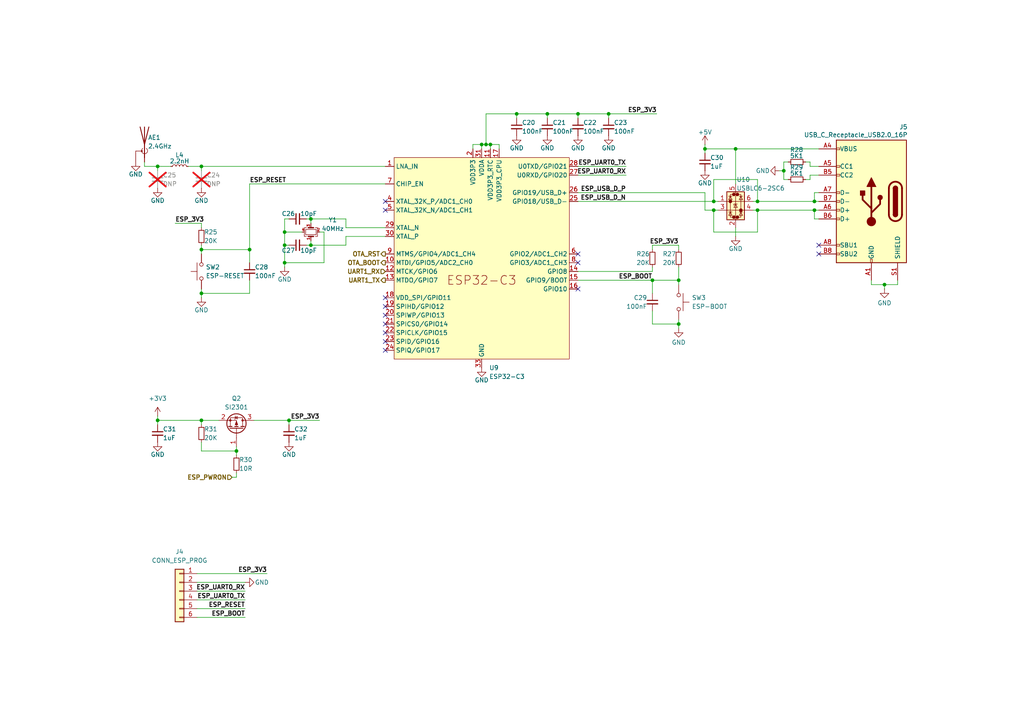
<source format=kicad_sch>
(kicad_sch
	(version 20231120)
	(generator "eeschema")
	(generator_version "8.0")
	(uuid "156c0ef5-f295-4eb9-bb83-ff97f97d0416")
	(paper "A4")
	(lib_symbols
		(symbol "Connector:USB_C_Receptacle_USB2.0_16P"
			(pin_names
				(offset 1.016)
			)
			(exclude_from_sim no)
			(in_bom yes)
			(on_board yes)
			(property "Reference" "J"
				(at 0 22.225 0)
				(effects
					(font
						(size 1.27 1.27)
					)
				)
			)
			(property "Value" "USB_C_Receptacle_USB2.0_16P"
				(at 0 19.685 0)
				(effects
					(font
						(size 1.27 1.27)
					)
				)
			)
			(property "Footprint" ""
				(at 3.81 0 0)
				(effects
					(font
						(size 1.27 1.27)
					)
					(hide yes)
				)
			)
			(property "Datasheet" "https://www.usb.org/sites/default/files/documents/usb_type-c.zip"
				(at 3.81 0 0)
				(effects
					(font
						(size 1.27 1.27)
					)
					(hide yes)
				)
			)
			(property "Description" "USB 2.0-only 16P Type-C Receptacle connector"
				(at 0 0 0)
				(effects
					(font
						(size 1.27 1.27)
					)
					(hide yes)
				)
			)
			(property "ki_keywords" "usb universal serial bus type-C USB2.0"
				(at 0 0 0)
				(effects
					(font
						(size 1.27 1.27)
					)
					(hide yes)
				)
			)
			(property "ki_fp_filters" "USB*C*Receptacle*"
				(at 0 0 0)
				(effects
					(font
						(size 1.27 1.27)
					)
					(hide yes)
				)
			)
			(symbol "USB_C_Receptacle_USB2.0_16P_0_0"
				(rectangle
					(start -0.254 -17.78)
					(end 0.254 -16.764)
					(stroke
						(width 0)
						(type default)
					)
					(fill
						(type none)
					)
				)
				(rectangle
					(start 10.16 -14.986)
					(end 9.144 -15.494)
					(stroke
						(width 0)
						(type default)
					)
					(fill
						(type none)
					)
				)
				(rectangle
					(start 10.16 -12.446)
					(end 9.144 -12.954)
					(stroke
						(width 0)
						(type default)
					)
					(fill
						(type none)
					)
				)
				(rectangle
					(start 10.16 -4.826)
					(end 9.144 -5.334)
					(stroke
						(width 0)
						(type default)
					)
					(fill
						(type none)
					)
				)
				(rectangle
					(start 10.16 -2.286)
					(end 9.144 -2.794)
					(stroke
						(width 0)
						(type default)
					)
					(fill
						(type none)
					)
				)
				(rectangle
					(start 10.16 0.254)
					(end 9.144 -0.254)
					(stroke
						(width 0)
						(type default)
					)
					(fill
						(type none)
					)
				)
				(rectangle
					(start 10.16 2.794)
					(end 9.144 2.286)
					(stroke
						(width 0)
						(type default)
					)
					(fill
						(type none)
					)
				)
				(rectangle
					(start 10.16 7.874)
					(end 9.144 7.366)
					(stroke
						(width 0)
						(type default)
					)
					(fill
						(type none)
					)
				)
				(rectangle
					(start 10.16 10.414)
					(end 9.144 9.906)
					(stroke
						(width 0)
						(type default)
					)
					(fill
						(type none)
					)
				)
				(rectangle
					(start 10.16 15.494)
					(end 9.144 14.986)
					(stroke
						(width 0)
						(type default)
					)
					(fill
						(type none)
					)
				)
			)
			(symbol "USB_C_Receptacle_USB2.0_16P_0_1"
				(rectangle
					(start -10.16 17.78)
					(end 10.16 -17.78)
					(stroke
						(width 0.254)
						(type default)
					)
					(fill
						(type background)
					)
				)
				(arc
					(start -8.89 -3.81)
					(mid -6.985 -5.7067)
					(end -5.08 -3.81)
					(stroke
						(width 0.508)
						(type default)
					)
					(fill
						(type none)
					)
				)
				(arc
					(start -7.62 -3.81)
					(mid -6.985 -4.4423)
					(end -6.35 -3.81)
					(stroke
						(width 0.254)
						(type default)
					)
					(fill
						(type none)
					)
				)
				(arc
					(start -7.62 -3.81)
					(mid -6.985 -4.4423)
					(end -6.35 -3.81)
					(stroke
						(width 0.254)
						(type default)
					)
					(fill
						(type outline)
					)
				)
				(rectangle
					(start -7.62 -3.81)
					(end -6.35 3.81)
					(stroke
						(width 0.254)
						(type default)
					)
					(fill
						(type outline)
					)
				)
				(arc
					(start -6.35 3.81)
					(mid -6.985 4.4423)
					(end -7.62 3.81)
					(stroke
						(width 0.254)
						(type default)
					)
					(fill
						(type none)
					)
				)
				(arc
					(start -6.35 3.81)
					(mid -6.985 4.4423)
					(end -7.62 3.81)
					(stroke
						(width 0.254)
						(type default)
					)
					(fill
						(type outline)
					)
				)
				(arc
					(start -5.08 3.81)
					(mid -6.985 5.7067)
					(end -8.89 3.81)
					(stroke
						(width 0.508)
						(type default)
					)
					(fill
						(type none)
					)
				)
				(circle
					(center -2.54 1.143)
					(radius 0.635)
					(stroke
						(width 0.254)
						(type default)
					)
					(fill
						(type outline)
					)
				)
				(circle
					(center 0 -5.842)
					(radius 1.27)
					(stroke
						(width 0)
						(type default)
					)
					(fill
						(type outline)
					)
				)
				(polyline
					(pts
						(xy -8.89 -3.81) (xy -8.89 3.81)
					)
					(stroke
						(width 0.508)
						(type default)
					)
					(fill
						(type none)
					)
				)
				(polyline
					(pts
						(xy -5.08 3.81) (xy -5.08 -3.81)
					)
					(stroke
						(width 0.508)
						(type default)
					)
					(fill
						(type none)
					)
				)
				(polyline
					(pts
						(xy 0 -5.842) (xy 0 4.318)
					)
					(stroke
						(width 0.508)
						(type default)
					)
					(fill
						(type none)
					)
				)
				(polyline
					(pts
						(xy 0 -3.302) (xy -2.54 -0.762) (xy -2.54 0.508)
					)
					(stroke
						(width 0.508)
						(type default)
					)
					(fill
						(type none)
					)
				)
				(polyline
					(pts
						(xy 0 -2.032) (xy 2.54 0.508) (xy 2.54 1.778)
					)
					(stroke
						(width 0.508)
						(type default)
					)
					(fill
						(type none)
					)
				)
				(polyline
					(pts
						(xy -1.27 4.318) (xy 0 6.858) (xy 1.27 4.318) (xy -1.27 4.318)
					)
					(stroke
						(width 0.254)
						(type default)
					)
					(fill
						(type outline)
					)
				)
				(rectangle
					(start 1.905 1.778)
					(end 3.175 3.048)
					(stroke
						(width 0.254)
						(type default)
					)
					(fill
						(type outline)
					)
				)
			)
			(symbol "USB_C_Receptacle_USB2.0_16P_1_1"
				(pin passive line
					(at 0 -22.86 90)
					(length 5.08)
					(name "GND"
						(effects
							(font
								(size 1.27 1.27)
							)
						)
					)
					(number "A1"
						(effects
							(font
								(size 1.27 1.27)
							)
						)
					)
				)
				(pin passive line
					(at 0 -22.86 90)
					(length 5.08) hide
					(name "GND"
						(effects
							(font
								(size 1.27 1.27)
							)
						)
					)
					(number "A12"
						(effects
							(font
								(size 1.27 1.27)
							)
						)
					)
				)
				(pin passive line
					(at 15.24 15.24 180)
					(length 5.08)
					(name "VBUS"
						(effects
							(font
								(size 1.27 1.27)
							)
						)
					)
					(number "A4"
						(effects
							(font
								(size 1.27 1.27)
							)
						)
					)
				)
				(pin bidirectional line
					(at 15.24 10.16 180)
					(length 5.08)
					(name "CC1"
						(effects
							(font
								(size 1.27 1.27)
							)
						)
					)
					(number "A5"
						(effects
							(font
								(size 1.27 1.27)
							)
						)
					)
				)
				(pin bidirectional line
					(at 15.24 -2.54 180)
					(length 5.08)
					(name "D+"
						(effects
							(font
								(size 1.27 1.27)
							)
						)
					)
					(number "A6"
						(effects
							(font
								(size 1.27 1.27)
							)
						)
					)
				)
				(pin bidirectional line
					(at 15.24 2.54 180)
					(length 5.08)
					(name "D-"
						(effects
							(font
								(size 1.27 1.27)
							)
						)
					)
					(number "A7"
						(effects
							(font
								(size 1.27 1.27)
							)
						)
					)
				)
				(pin bidirectional line
					(at 15.24 -12.7 180)
					(length 5.08)
					(name "SBU1"
						(effects
							(font
								(size 1.27 1.27)
							)
						)
					)
					(number "A8"
						(effects
							(font
								(size 1.27 1.27)
							)
						)
					)
				)
				(pin passive line
					(at 15.24 15.24 180)
					(length 5.08) hide
					(name "VBUS"
						(effects
							(font
								(size 1.27 1.27)
							)
						)
					)
					(number "A9"
						(effects
							(font
								(size 1.27 1.27)
							)
						)
					)
				)
				(pin passive line
					(at 0 -22.86 90)
					(length 5.08) hide
					(name "GND"
						(effects
							(font
								(size 1.27 1.27)
							)
						)
					)
					(number "B1"
						(effects
							(font
								(size 1.27 1.27)
							)
						)
					)
				)
				(pin passive line
					(at 0 -22.86 90)
					(length 5.08) hide
					(name "GND"
						(effects
							(font
								(size 1.27 1.27)
							)
						)
					)
					(number "B12"
						(effects
							(font
								(size 1.27 1.27)
							)
						)
					)
				)
				(pin passive line
					(at 15.24 15.24 180)
					(length 5.08) hide
					(name "VBUS"
						(effects
							(font
								(size 1.27 1.27)
							)
						)
					)
					(number "B4"
						(effects
							(font
								(size 1.27 1.27)
							)
						)
					)
				)
				(pin bidirectional line
					(at 15.24 7.62 180)
					(length 5.08)
					(name "CC2"
						(effects
							(font
								(size 1.27 1.27)
							)
						)
					)
					(number "B5"
						(effects
							(font
								(size 1.27 1.27)
							)
						)
					)
				)
				(pin bidirectional line
					(at 15.24 -5.08 180)
					(length 5.08)
					(name "D+"
						(effects
							(font
								(size 1.27 1.27)
							)
						)
					)
					(number "B6"
						(effects
							(font
								(size 1.27 1.27)
							)
						)
					)
				)
				(pin bidirectional line
					(at 15.24 0 180)
					(length 5.08)
					(name "D-"
						(effects
							(font
								(size 1.27 1.27)
							)
						)
					)
					(number "B7"
						(effects
							(font
								(size 1.27 1.27)
							)
						)
					)
				)
				(pin bidirectional line
					(at 15.24 -15.24 180)
					(length 5.08)
					(name "SBU2"
						(effects
							(font
								(size 1.27 1.27)
							)
						)
					)
					(number "B8"
						(effects
							(font
								(size 1.27 1.27)
							)
						)
					)
				)
				(pin passive line
					(at 15.24 15.24 180)
					(length 5.08) hide
					(name "VBUS"
						(effects
							(font
								(size 1.27 1.27)
							)
						)
					)
					(number "B9"
						(effects
							(font
								(size 1.27 1.27)
							)
						)
					)
				)
				(pin passive line
					(at -7.62 -22.86 90)
					(length 5.08)
					(name "SHIELD"
						(effects
							(font
								(size 1.27 1.27)
							)
						)
					)
					(number "S1"
						(effects
							(font
								(size 1.27 1.27)
							)
						)
					)
				)
			)
		)
		(symbol "Connector_Generic:Conn_01x06"
			(pin_names
				(offset 1.016) hide)
			(exclude_from_sim no)
			(in_bom yes)
			(on_board yes)
			(property "Reference" "J"
				(at 0 7.62 0)
				(effects
					(font
						(size 1.27 1.27)
					)
				)
			)
			(property "Value" "Conn_01x06"
				(at 0 -10.16 0)
				(effects
					(font
						(size 1.27 1.27)
					)
				)
			)
			(property "Footprint" ""
				(at 0 0 0)
				(effects
					(font
						(size 1.27 1.27)
					)
					(hide yes)
				)
			)
			(property "Datasheet" "~"
				(at 0 0 0)
				(effects
					(font
						(size 1.27 1.27)
					)
					(hide yes)
				)
			)
			(property "Description" "Generic connector, single row, 01x06, script generated (kicad-library-utils/schlib/autogen/connector/)"
				(at 0 0 0)
				(effects
					(font
						(size 1.27 1.27)
					)
					(hide yes)
				)
			)
			(property "ki_keywords" "connector"
				(at 0 0 0)
				(effects
					(font
						(size 1.27 1.27)
					)
					(hide yes)
				)
			)
			(property "ki_fp_filters" "Connector*:*_1x??_*"
				(at 0 0 0)
				(effects
					(font
						(size 1.27 1.27)
					)
					(hide yes)
				)
			)
			(symbol "Conn_01x06_1_1"
				(rectangle
					(start -1.27 -7.493)
					(end 0 -7.747)
					(stroke
						(width 0.1524)
						(type default)
					)
					(fill
						(type none)
					)
				)
				(rectangle
					(start -1.27 -4.953)
					(end 0 -5.207)
					(stroke
						(width 0.1524)
						(type default)
					)
					(fill
						(type none)
					)
				)
				(rectangle
					(start -1.27 -2.413)
					(end 0 -2.667)
					(stroke
						(width 0.1524)
						(type default)
					)
					(fill
						(type none)
					)
				)
				(rectangle
					(start -1.27 0.127)
					(end 0 -0.127)
					(stroke
						(width 0.1524)
						(type default)
					)
					(fill
						(type none)
					)
				)
				(rectangle
					(start -1.27 2.667)
					(end 0 2.413)
					(stroke
						(width 0.1524)
						(type default)
					)
					(fill
						(type none)
					)
				)
				(rectangle
					(start -1.27 5.207)
					(end 0 4.953)
					(stroke
						(width 0.1524)
						(type default)
					)
					(fill
						(type none)
					)
				)
				(rectangle
					(start -1.27 6.35)
					(end 1.27 -8.89)
					(stroke
						(width 0.254)
						(type default)
					)
					(fill
						(type background)
					)
				)
				(pin passive line
					(at -5.08 5.08 0)
					(length 3.81)
					(name "Pin_1"
						(effects
							(font
								(size 1.27 1.27)
							)
						)
					)
					(number "1"
						(effects
							(font
								(size 1.27 1.27)
							)
						)
					)
				)
				(pin passive line
					(at -5.08 2.54 0)
					(length 3.81)
					(name "Pin_2"
						(effects
							(font
								(size 1.27 1.27)
							)
						)
					)
					(number "2"
						(effects
							(font
								(size 1.27 1.27)
							)
						)
					)
				)
				(pin passive line
					(at -5.08 0 0)
					(length 3.81)
					(name "Pin_3"
						(effects
							(font
								(size 1.27 1.27)
							)
						)
					)
					(number "3"
						(effects
							(font
								(size 1.27 1.27)
							)
						)
					)
				)
				(pin passive line
					(at -5.08 -2.54 0)
					(length 3.81)
					(name "Pin_4"
						(effects
							(font
								(size 1.27 1.27)
							)
						)
					)
					(number "4"
						(effects
							(font
								(size 1.27 1.27)
							)
						)
					)
				)
				(pin passive line
					(at -5.08 -5.08 0)
					(length 3.81)
					(name "Pin_5"
						(effects
							(font
								(size 1.27 1.27)
							)
						)
					)
					(number "5"
						(effects
							(font
								(size 1.27 1.27)
							)
						)
					)
				)
				(pin passive line
					(at -5.08 -7.62 0)
					(length 3.81)
					(name "Pin_6"
						(effects
							(font
								(size 1.27 1.27)
							)
						)
					)
					(number "6"
						(effects
							(font
								(size 1.27 1.27)
							)
						)
					)
				)
			)
		)
		(symbol "Device:Antenna_Shield"
			(pin_numbers hide)
			(pin_names
				(offset 1.016) hide)
			(exclude_from_sim no)
			(in_bom yes)
			(on_board yes)
			(property "Reference" "AE"
				(at -1.905 4.445 0)
				(effects
					(font
						(size 1.27 1.27)
					)
					(justify right)
				)
			)
			(property "Value" "Antenna_Shield"
				(at -1.905 2.54 0)
				(effects
					(font
						(size 1.27 1.27)
					)
					(justify right)
				)
			)
			(property "Footprint" ""
				(at 0 2.54 0)
				(effects
					(font
						(size 1.27 1.27)
					)
					(hide yes)
				)
			)
			(property "Datasheet" "~"
				(at 0 2.54 0)
				(effects
					(font
						(size 1.27 1.27)
					)
					(hide yes)
				)
			)
			(property "Description" "Antenna with extra pin for shielding"
				(at 0 0 0)
				(effects
					(font
						(size 1.27 1.27)
					)
					(hide yes)
				)
			)
			(property "ki_keywords" "antenna"
				(at 0 0 0)
				(effects
					(font
						(size 1.27 1.27)
					)
					(hide yes)
				)
			)
			(symbol "Antenna_Shield_0_1"
				(arc
					(start -0.508 -1.143)
					(mid -0.8429 -2.1194)
					(end 0 -2.667)
					(stroke
						(width 0)
						(type default)
					)
					(fill
						(type none)
					)
				)
				(arc
					(start 0 -2.667)
					(mid 0.7989 -2.1052)
					(end 0.508 -1.143)
					(stroke
						(width 0)
						(type default)
					)
					(fill
						(type none)
					)
				)
				(polyline
					(pts
						(xy 0 -2.54) (xy 0 0)
					)
					(stroke
						(width 0)
						(type default)
					)
					(fill
						(type none)
					)
				)
				(polyline
					(pts
						(xy 0 5.08) (xy 0 -3.81)
					)
					(stroke
						(width 0.254)
						(type default)
					)
					(fill
						(type none)
					)
				)
				(polyline
					(pts
						(xy 0.762 -1.905) (xy 2.54 -1.905)
					)
					(stroke
						(width 0)
						(type default)
					)
					(fill
						(type none)
					)
				)
				(polyline
					(pts
						(xy 2.54 -2.54) (xy 2.54 -1.905)
					)
					(stroke
						(width 0)
						(type default)
					)
					(fill
						(type none)
					)
				)
				(polyline
					(pts
						(xy 1.27 5.08) (xy 0 0) (xy -1.27 5.08)
					)
					(stroke
						(width 0.254)
						(type default)
					)
					(fill
						(type none)
					)
				)
				(circle
					(center 0.762 -1.905)
					(radius 0.1778)
					(stroke
						(width 0)
						(type default)
					)
					(fill
						(type outline)
					)
				)
			)
			(symbol "Antenna_Shield_1_1"
				(pin input line
					(at 0 -5.08 90)
					(length 2.54)
					(name "A"
						(effects
							(font
								(size 1.27 1.27)
							)
						)
					)
					(number "1"
						(effects
							(font
								(size 1.27 1.27)
							)
						)
					)
				)
				(pin input line
					(at 2.54 -5.08 90)
					(length 2.54)
					(name "Shield"
						(effects
							(font
								(size 1.27 1.27)
							)
						)
					)
					(number "2"
						(effects
							(font
								(size 1.27 1.27)
							)
						)
					)
				)
			)
		)
		(symbol "Device:C_Small"
			(pin_numbers hide)
			(pin_names
				(offset 0.254) hide)
			(exclude_from_sim no)
			(in_bom yes)
			(on_board yes)
			(property "Reference" "C"
				(at 0.254 1.778 0)
				(effects
					(font
						(size 1.27 1.27)
					)
					(justify left)
				)
			)
			(property "Value" "C_Small"
				(at 0.254 -2.032 0)
				(effects
					(font
						(size 1.27 1.27)
					)
					(justify left)
				)
			)
			(property "Footprint" ""
				(at 0 0 0)
				(effects
					(font
						(size 1.27 1.27)
					)
					(hide yes)
				)
			)
			(property "Datasheet" "~"
				(at 0 0 0)
				(effects
					(font
						(size 1.27 1.27)
					)
					(hide yes)
				)
			)
			(property "Description" "Unpolarized capacitor, small symbol"
				(at 0 0 0)
				(effects
					(font
						(size 1.27 1.27)
					)
					(hide yes)
				)
			)
			(property "ki_keywords" "capacitor cap"
				(at 0 0 0)
				(effects
					(font
						(size 1.27 1.27)
					)
					(hide yes)
				)
			)
			(property "ki_fp_filters" "C_*"
				(at 0 0 0)
				(effects
					(font
						(size 1.27 1.27)
					)
					(hide yes)
				)
			)
			(symbol "C_Small_0_1"
				(polyline
					(pts
						(xy -1.524 -0.508) (xy 1.524 -0.508)
					)
					(stroke
						(width 0.3302)
						(type default)
					)
					(fill
						(type none)
					)
				)
				(polyline
					(pts
						(xy -1.524 0.508) (xy 1.524 0.508)
					)
					(stroke
						(width 0.3048)
						(type default)
					)
					(fill
						(type none)
					)
				)
			)
			(symbol "C_Small_1_1"
				(pin passive line
					(at 0 2.54 270)
					(length 2.032)
					(name "~"
						(effects
							(font
								(size 1.27 1.27)
							)
						)
					)
					(number "1"
						(effects
							(font
								(size 1.27 1.27)
							)
						)
					)
				)
				(pin passive line
					(at 0 -2.54 90)
					(length 2.032)
					(name "~"
						(effects
							(font
								(size 1.27 1.27)
							)
						)
					)
					(number "2"
						(effects
							(font
								(size 1.27 1.27)
							)
						)
					)
				)
			)
		)
		(symbol "Device:Crystal_GND24_Small"
			(pin_names
				(offset 1.016) hide)
			(exclude_from_sim no)
			(in_bom yes)
			(on_board yes)
			(property "Reference" "Y"
				(at 1.27 4.445 0)
				(effects
					(font
						(size 1.27 1.27)
					)
					(justify left)
				)
			)
			(property "Value" "Crystal_GND24_Small"
				(at 1.27 2.54 0)
				(effects
					(font
						(size 1.27 1.27)
					)
					(justify left)
				)
			)
			(property "Footprint" ""
				(at 0 0 0)
				(effects
					(font
						(size 1.27 1.27)
					)
					(hide yes)
				)
			)
			(property "Datasheet" "~"
				(at 0 0 0)
				(effects
					(font
						(size 1.27 1.27)
					)
					(hide yes)
				)
			)
			(property "Description" "Four pin crystal, GND on pins 2 and 4, small symbol"
				(at 0 0 0)
				(effects
					(font
						(size 1.27 1.27)
					)
					(hide yes)
				)
			)
			(property "ki_keywords" "quartz ceramic resonator oscillator"
				(at 0 0 0)
				(effects
					(font
						(size 1.27 1.27)
					)
					(hide yes)
				)
			)
			(property "ki_fp_filters" "Crystal*"
				(at 0 0 0)
				(effects
					(font
						(size 1.27 1.27)
					)
					(hide yes)
				)
			)
			(symbol "Crystal_GND24_Small_0_1"
				(rectangle
					(start -0.762 -1.524)
					(end 0.762 1.524)
					(stroke
						(width 0)
						(type default)
					)
					(fill
						(type none)
					)
				)
				(polyline
					(pts
						(xy -1.27 -0.762) (xy -1.27 0.762)
					)
					(stroke
						(width 0.381)
						(type default)
					)
					(fill
						(type none)
					)
				)
				(polyline
					(pts
						(xy 1.27 -0.762) (xy 1.27 0.762)
					)
					(stroke
						(width 0.381)
						(type default)
					)
					(fill
						(type none)
					)
				)
				(polyline
					(pts
						(xy -1.27 -1.27) (xy -1.27 -1.905) (xy 1.27 -1.905) (xy 1.27 -1.27)
					)
					(stroke
						(width 0)
						(type default)
					)
					(fill
						(type none)
					)
				)
				(polyline
					(pts
						(xy -1.27 1.27) (xy -1.27 1.905) (xy 1.27 1.905) (xy 1.27 1.27)
					)
					(stroke
						(width 0)
						(type default)
					)
					(fill
						(type none)
					)
				)
			)
			(symbol "Crystal_GND24_Small_1_1"
				(pin passive line
					(at -2.54 0 0)
					(length 1.27)
					(name "1"
						(effects
							(font
								(size 1.27 1.27)
							)
						)
					)
					(number "1"
						(effects
							(font
								(size 0.762 0.762)
							)
						)
					)
				)
				(pin passive line
					(at 0 -2.54 90)
					(length 0.635)
					(name "2"
						(effects
							(font
								(size 1.27 1.27)
							)
						)
					)
					(number "2"
						(effects
							(font
								(size 0.762 0.762)
							)
						)
					)
				)
				(pin passive line
					(at 2.54 0 180)
					(length 1.27)
					(name "3"
						(effects
							(font
								(size 1.27 1.27)
							)
						)
					)
					(number "3"
						(effects
							(font
								(size 0.762 0.762)
							)
						)
					)
				)
				(pin passive line
					(at 0 2.54 270)
					(length 0.635)
					(name "4"
						(effects
							(font
								(size 1.27 1.27)
							)
						)
					)
					(number "4"
						(effects
							(font
								(size 0.762 0.762)
							)
						)
					)
				)
			)
		)
		(symbol "Device:L_Small"
			(pin_numbers hide)
			(pin_names
				(offset 0.254) hide)
			(exclude_from_sim no)
			(in_bom yes)
			(on_board yes)
			(property "Reference" "L"
				(at 0.762 1.016 0)
				(effects
					(font
						(size 1.27 1.27)
					)
					(justify left)
				)
			)
			(property "Value" "L_Small"
				(at 0.762 -1.016 0)
				(effects
					(font
						(size 1.27 1.27)
					)
					(justify left)
				)
			)
			(property "Footprint" ""
				(at 0 0 0)
				(effects
					(font
						(size 1.27 1.27)
					)
					(hide yes)
				)
			)
			(property "Datasheet" "~"
				(at 0 0 0)
				(effects
					(font
						(size 1.27 1.27)
					)
					(hide yes)
				)
			)
			(property "Description" "Inductor, small symbol"
				(at 0 0 0)
				(effects
					(font
						(size 1.27 1.27)
					)
					(hide yes)
				)
			)
			(property "ki_keywords" "inductor choke coil reactor magnetic"
				(at 0 0 0)
				(effects
					(font
						(size 1.27 1.27)
					)
					(hide yes)
				)
			)
			(property "ki_fp_filters" "Choke_* *Coil* Inductor_* L_*"
				(at 0 0 0)
				(effects
					(font
						(size 1.27 1.27)
					)
					(hide yes)
				)
			)
			(symbol "L_Small_0_1"
				(arc
					(start 0 -2.032)
					(mid 0.5058 -1.524)
					(end 0 -1.016)
					(stroke
						(width 0)
						(type default)
					)
					(fill
						(type none)
					)
				)
				(arc
					(start 0 -1.016)
					(mid 0.5058 -0.508)
					(end 0 0)
					(stroke
						(width 0)
						(type default)
					)
					(fill
						(type none)
					)
				)
				(arc
					(start 0 0)
					(mid 0.5058 0.508)
					(end 0 1.016)
					(stroke
						(width 0)
						(type default)
					)
					(fill
						(type none)
					)
				)
				(arc
					(start 0 1.016)
					(mid 0.5058 1.524)
					(end 0 2.032)
					(stroke
						(width 0)
						(type default)
					)
					(fill
						(type none)
					)
				)
			)
			(symbol "L_Small_1_1"
				(pin passive line
					(at 0 2.54 270)
					(length 0.508)
					(name "~"
						(effects
							(font
								(size 1.27 1.27)
							)
						)
					)
					(number "1"
						(effects
							(font
								(size 1.27 1.27)
							)
						)
					)
				)
				(pin passive line
					(at 0 -2.54 90)
					(length 0.508)
					(name "~"
						(effects
							(font
								(size 1.27 1.27)
							)
						)
					)
					(number "2"
						(effects
							(font
								(size 1.27 1.27)
							)
						)
					)
				)
			)
		)
		(symbol "Device:R_Small"
			(pin_numbers hide)
			(pin_names
				(offset 0.254) hide)
			(exclude_from_sim no)
			(in_bom yes)
			(on_board yes)
			(property "Reference" "R"
				(at 0.762 0.508 0)
				(effects
					(font
						(size 1.27 1.27)
					)
					(justify left)
				)
			)
			(property "Value" "R_Small"
				(at 0.762 -1.016 0)
				(effects
					(font
						(size 1.27 1.27)
					)
					(justify left)
				)
			)
			(property "Footprint" ""
				(at 0 0 0)
				(effects
					(font
						(size 1.27 1.27)
					)
					(hide yes)
				)
			)
			(property "Datasheet" "~"
				(at 0 0 0)
				(effects
					(font
						(size 1.27 1.27)
					)
					(hide yes)
				)
			)
			(property "Description" "Resistor, small symbol"
				(at 0 0 0)
				(effects
					(font
						(size 1.27 1.27)
					)
					(hide yes)
				)
			)
			(property "ki_keywords" "R resistor"
				(at 0 0 0)
				(effects
					(font
						(size 1.27 1.27)
					)
					(hide yes)
				)
			)
			(property "ki_fp_filters" "R_*"
				(at 0 0 0)
				(effects
					(font
						(size 1.27 1.27)
					)
					(hide yes)
				)
			)
			(symbol "R_Small_0_1"
				(rectangle
					(start -0.762 1.778)
					(end 0.762 -1.778)
					(stroke
						(width 0.2032)
						(type default)
					)
					(fill
						(type none)
					)
				)
			)
			(symbol "R_Small_1_1"
				(pin passive line
					(at 0 2.54 270)
					(length 0.762)
					(name "~"
						(effects
							(font
								(size 1.27 1.27)
							)
						)
					)
					(number "1"
						(effects
							(font
								(size 1.27 1.27)
							)
						)
					)
				)
				(pin passive line
					(at 0 -2.54 90)
					(length 0.762)
					(name "~"
						(effects
							(font
								(size 1.27 1.27)
							)
						)
					)
					(number "2"
						(effects
							(font
								(size 1.27 1.27)
							)
						)
					)
				)
			)
		)
		(symbol "Libraries:ESP32-C3"
			(exclude_from_sim no)
			(in_bom yes)
			(on_board yes)
			(property "Reference" "U"
				(at -25.4 35.56 0)
				(effects
					(font
						(size 1.27 1.27)
					)
					(justify left)
				)
			)
			(property "Value" "ESP32-C3"
				(at -25.4 33.02 0)
				(effects
					(font
						(size 1.27 1.27)
					)
					(justify left)
				)
			)
			(property "Footprint" "Package_DFN_QFN:QFN-32-1EP_5x5mm_P0.5mm_EP3.45x3.45mm"
				(at 0 -38.1 0)
				(effects
					(font
						(size 1.27 1.27)
					)
					(hide yes)
				)
			)
			(property "Datasheet" "https://www.espressif.com/sites/default/files/documentation/esp32-c3_datasheet_en.pdf"
				(at 0 -40.64 0)
				(effects
					(font
						(size 1.27 1.27)
					)
					(hide yes)
				)
			)
			(property "Description" "ESP32-C3 family is an ultra-low-power MCU-based SoC solution that supports 2.4 GHz Wi-Fi and Bluetooth®Low Energy (Bluetooth LE)."
				(at 0 0 0)
				(effects
					(font
						(size 1.27 1.27)
					)
					(hide yes)
				)
			)
			(symbol "ESP32-C3_0_0"
				(text "ESP32-C3"
					(at 0 -5.08 0)
					(effects
						(font
							(size 2.54 2.54)
						)
					)
				)
				(pin bidirectional line
					(at -27.94 27.94 0)
					(length 2.54)
					(name "LNA_IN"
						(effects
							(font
								(size 1.27 1.27)
							)
						)
					)
					(number "1"
						(effects
							(font
								(size 1.27 1.27)
							)
						)
					)
				)
				(pin bidirectional line
					(at -27.94 0 0)
					(length 2.54)
					(name "MTDI/GPIO5/ADC2_CH0"
						(effects
							(font
								(size 1.27 1.27)
							)
						)
					)
					(number "10"
						(effects
							(font
								(size 1.27 1.27)
							)
						)
					)
				)
				(pin power_in line
					(at 2.54 33.02 270)
					(length 2.54)
					(name "VDD3P3_RTC"
						(effects
							(font
								(size 1.27 1.27)
							)
						)
					)
					(number "11"
						(effects
							(font
								(size 1.27 1.27)
							)
						)
					)
				)
				(pin bidirectional line
					(at -27.94 -2.54 0)
					(length 2.54)
					(name "MTCK/GPIO6"
						(effects
							(font
								(size 1.27 1.27)
							)
						)
					)
					(number "12"
						(effects
							(font
								(size 1.27 1.27)
							)
						)
					)
				)
				(pin bidirectional line
					(at -27.94 -5.08 0)
					(length 2.54)
					(name "MTDO/GPIO7"
						(effects
							(font
								(size 1.27 1.27)
							)
						)
					)
					(number "13"
						(effects
							(font
								(size 1.27 1.27)
							)
						)
					)
				)
				(pin bidirectional line
					(at 27.94 -2.54 180)
					(length 2.54)
					(name "GPIO8"
						(effects
							(font
								(size 1.27 1.27)
							)
						)
					)
					(number "14"
						(effects
							(font
								(size 1.27 1.27)
							)
						)
					)
				)
				(pin bidirectional line
					(at 27.94 -5.08 180)
					(length 2.54)
					(name "GPIO9/BOOT"
						(effects
							(font
								(size 1.27 1.27)
							)
						)
					)
					(number "15"
						(effects
							(font
								(size 1.27 1.27)
							)
						)
					)
				)
				(pin bidirectional line
					(at 27.94 -7.62 180)
					(length 2.54)
					(name "GPIO10"
						(effects
							(font
								(size 1.27 1.27)
							)
						)
					)
					(number "16"
						(effects
							(font
								(size 1.27 1.27)
							)
						)
					)
				)
				(pin power_in line
					(at 5.08 33.02 270)
					(length 2.54)
					(name "VDD3P3_CPU"
						(effects
							(font
								(size 1.27 1.27)
							)
						)
					)
					(number "17"
						(effects
							(font
								(size 1.27 1.27)
							)
						)
					)
				)
				(pin bidirectional line
					(at -27.94 -10.16 0)
					(length 2.54)
					(name "VDD_SPI/GPIO11"
						(effects
							(font
								(size 1.27 1.27)
							)
						)
					)
					(number "18"
						(effects
							(font
								(size 1.27 1.27)
							)
						)
					)
				)
				(pin bidirectional line
					(at -27.94 -12.7 0)
					(length 2.54)
					(name "SPIHD/GPIO12"
						(effects
							(font
								(size 1.27 1.27)
							)
						)
					)
					(number "19"
						(effects
							(font
								(size 1.27 1.27)
							)
						)
					)
				)
				(pin power_in line
					(at -2.54 33.02 270)
					(length 2.54)
					(name "VDD3P3"
						(effects
							(font
								(size 1.27 1.27)
							)
						)
					)
					(number "2"
						(effects
							(font
								(size 1.27 1.27)
							)
						)
					)
				)
				(pin bidirectional line
					(at -27.94 -15.24 0)
					(length 2.54)
					(name "SPIWP/GPIO13"
						(effects
							(font
								(size 1.27 1.27)
							)
						)
					)
					(number "20"
						(effects
							(font
								(size 1.27 1.27)
							)
						)
					)
				)
				(pin bidirectional line
					(at -27.94 -17.78 0)
					(length 2.54)
					(name "SPICS0/GPIO14"
						(effects
							(font
								(size 1.27 1.27)
							)
						)
					)
					(number "21"
						(effects
							(font
								(size 1.27 1.27)
							)
						)
					)
				)
				(pin bidirectional line
					(at -27.94 -20.32 0)
					(length 2.54)
					(name "SPICLK/GPIO15"
						(effects
							(font
								(size 1.27 1.27)
							)
						)
					)
					(number "22"
						(effects
							(font
								(size 1.27 1.27)
							)
						)
					)
				)
				(pin bidirectional line
					(at -27.94 -22.86 0)
					(length 2.54)
					(name "SPID/GPIO16"
						(effects
							(font
								(size 1.27 1.27)
							)
						)
					)
					(number "23"
						(effects
							(font
								(size 1.27 1.27)
							)
						)
					)
				)
				(pin bidirectional line
					(at -27.94 -25.4 0)
					(length 2.54)
					(name "SPIQ/GPIO17"
						(effects
							(font
								(size 1.27 1.27)
							)
						)
					)
					(number "24"
						(effects
							(font
								(size 1.27 1.27)
							)
						)
					)
				)
				(pin bidirectional line
					(at 27.94 17.78 180)
					(length 2.54)
					(name "GPIO18/USB_D-"
						(effects
							(font
								(size 1.27 1.27)
							)
						)
					)
					(number "25"
						(effects
							(font
								(size 1.27 1.27)
							)
						)
					)
				)
				(pin bidirectional line
					(at 27.94 20.32 180)
					(length 2.54)
					(name "GPIO19/USB_D+"
						(effects
							(font
								(size 1.27 1.27)
							)
						)
					)
					(number "26"
						(effects
							(font
								(size 1.27 1.27)
							)
						)
					)
				)
				(pin bidirectional line
					(at 27.94 25.4 180)
					(length 2.54)
					(name "U0RXD/GPIO20"
						(effects
							(font
								(size 1.27 1.27)
							)
						)
					)
					(number "27"
						(effects
							(font
								(size 1.27 1.27)
							)
						)
					)
				)
				(pin bidirectional line
					(at 27.94 27.94 180)
					(length 2.54)
					(name "U0TXD/GPIO21"
						(effects
							(font
								(size 1.27 1.27)
							)
						)
					)
					(number "28"
						(effects
							(font
								(size 1.27 1.27)
							)
						)
					)
				)
				(pin output line
					(at -27.94 10.16 0)
					(length 2.54)
					(name "XTAL_N"
						(effects
							(font
								(size 1.27 1.27)
							)
						)
					)
					(number "29"
						(effects
							(font
								(size 1.27 1.27)
							)
						)
					)
				)
				(pin input line
					(at -27.94 7.62 0)
					(length 2.54)
					(name "XTAL_P"
						(effects
							(font
								(size 1.27 1.27)
							)
						)
					)
					(number "30"
						(effects
							(font
								(size 1.27 1.27)
							)
						)
					)
				)
				(pin power_in line
					(at 0 33.02 270)
					(length 2.54)
					(name "VDDA"
						(effects
							(font
								(size 1.27 1.27)
							)
						)
					)
					(number "31"
						(effects
							(font
								(size 1.27 1.27)
							)
						)
					)
				)
				(pin power_in line
					(at 0 -30.48 90)
					(length 2.54)
					(name "GND"
						(effects
							(font
								(size 1.27 1.27)
							)
						)
					)
					(number "33"
						(effects
							(font
								(size 1.27 1.27)
							)
						)
					)
				)
				(pin output line
					(at -27.94 17.78 0)
					(length 2.54)
					(name "XTAL_32K_P/ADC1_CH0"
						(effects
							(font
								(size 1.27 1.27)
							)
						)
					)
					(number "4"
						(effects
							(font
								(size 1.27 1.27)
							)
						)
					)
				)
				(pin input line
					(at -27.94 15.24 0)
					(length 2.54)
					(name "XTAL_32K_N/ADC1_CH1"
						(effects
							(font
								(size 1.27 1.27)
							)
						)
					)
					(number "5"
						(effects
							(font
								(size 1.27 1.27)
							)
						)
					)
				)
				(pin bidirectional line
					(at 27.94 2.54 180)
					(length 2.54)
					(name "GPIO2/ADC1_CH2"
						(effects
							(font
								(size 1.27 1.27)
							)
						)
					)
					(number "6"
						(effects
							(font
								(size 1.27 1.27)
							)
						)
					)
				)
				(pin input line
					(at -27.94 22.86 0)
					(length 2.54)
					(name "CHIP_EN"
						(effects
							(font
								(size 1.27 1.27)
							)
						)
					)
					(number "7"
						(effects
							(font
								(size 1.27 1.27)
							)
						)
					)
				)
				(pin bidirectional line
					(at 27.94 0 180)
					(length 2.54)
					(name "GPIO3/ADC1_CH3"
						(effects
							(font
								(size 1.27 1.27)
							)
						)
					)
					(number "8"
						(effects
							(font
								(size 1.27 1.27)
							)
						)
					)
				)
				(pin bidirectional line
					(at -27.94 2.54 0)
					(length 2.54)
					(name "MTMS/GPIO4/ADC1_CH4"
						(effects
							(font
								(size 1.27 1.27)
							)
						)
					)
					(number "9"
						(effects
							(font
								(size 1.27 1.27)
							)
						)
					)
				)
			)
			(symbol "ESP32-C3_0_1"
				(rectangle
					(start -25.4 30.48)
					(end 25.4 -27.94)
					(stroke
						(width 0)
						(type default)
					)
					(fill
						(type background)
					)
				)
				(pin passive line
					(at -2.54 33.02 270)
					(length 2.54) hide
					(name "VDD3P3"
						(effects
							(font
								(size 1.27 1.27)
							)
						)
					)
					(number "3"
						(effects
							(font
								(size 1.27 1.27)
							)
						)
					)
				)
				(pin passive line
					(at 0 33.02 270)
					(length 2.54) hide
					(name "VDDA"
						(effects
							(font
								(size 1.27 1.27)
							)
						)
					)
					(number "32"
						(effects
							(font
								(size 1.27 1.27)
							)
						)
					)
				)
			)
		)
		(symbol "Power_Protection:USBLC6-2SC6"
			(pin_names hide)
			(exclude_from_sim no)
			(in_bom yes)
			(on_board yes)
			(property "Reference" "U"
				(at 0.635 5.715 0)
				(effects
					(font
						(size 1.27 1.27)
					)
					(justify left)
				)
			)
			(property "Value" "USBLC6-2SC6"
				(at 0.635 3.81 0)
				(effects
					(font
						(size 1.27 1.27)
					)
					(justify left)
				)
			)
			(property "Footprint" "Package_TO_SOT_SMD:SOT-23-6"
				(at 1.27 -6.35 0)
				(effects
					(font
						(size 1.27 1.27)
						(italic yes)
					)
					(justify left)
					(hide yes)
				)
			)
			(property "Datasheet" "https://www.st.com/resource/en/datasheet/usblc6-2.pdf"
				(at 1.27 -8.255 0)
				(effects
					(font
						(size 1.27 1.27)
					)
					(justify left)
					(hide yes)
				)
			)
			(property "Description" "Very low capacitance ESD protection diode, 2 data-line, SOT-23-6"
				(at 0 0 0)
				(effects
					(font
						(size 1.27 1.27)
					)
					(hide yes)
				)
			)
			(property "ki_keywords" "usb ethernet video"
				(at 0 0 0)
				(effects
					(font
						(size 1.27 1.27)
					)
					(hide yes)
				)
			)
			(property "ki_fp_filters" "SOT?23*"
				(at 0 0 0)
				(effects
					(font
						(size 1.27 1.27)
					)
					(hide yes)
				)
			)
			(symbol "USBLC6-2SC6_0_0"
				(circle
					(center -1.524 0)
					(radius 0.0001)
					(stroke
						(width 0.508)
						(type default)
					)
					(fill
						(type none)
					)
				)
				(circle
					(center -0.508 -4.572)
					(radius 0.0001)
					(stroke
						(width 0.508)
						(type default)
					)
					(fill
						(type none)
					)
				)
				(circle
					(center -0.508 2.032)
					(radius 0.0001)
					(stroke
						(width 0.508)
						(type default)
					)
					(fill
						(type none)
					)
				)
				(circle
					(center 0.508 -4.572)
					(radius 0.0001)
					(stroke
						(width 0.508)
						(type default)
					)
					(fill
						(type none)
					)
				)
				(circle
					(center 0.508 2.032)
					(radius 0.0001)
					(stroke
						(width 0.508)
						(type default)
					)
					(fill
						(type none)
					)
				)
				(circle
					(center 1.524 -2.54)
					(radius 0.0001)
					(stroke
						(width 0.508)
						(type default)
					)
					(fill
						(type none)
					)
				)
			)
			(symbol "USBLC6-2SC6_0_1"
				(polyline
					(pts
						(xy -2.54 -2.54) (xy 2.54 -2.54)
					)
					(stroke
						(width 0)
						(type default)
					)
					(fill
						(type none)
					)
				)
				(polyline
					(pts
						(xy -2.54 0) (xy 2.54 0)
					)
					(stroke
						(width 0)
						(type default)
					)
					(fill
						(type none)
					)
				)
				(polyline
					(pts
						(xy -2.032 -3.048) (xy -1.016 -3.048)
					)
					(stroke
						(width 0)
						(type default)
					)
					(fill
						(type none)
					)
				)
				(polyline
					(pts
						(xy -1.016 1.524) (xy -2.032 1.524)
					)
					(stroke
						(width 0)
						(type default)
					)
					(fill
						(type none)
					)
				)
				(polyline
					(pts
						(xy 1.016 -3.048) (xy 2.032 -3.048)
					)
					(stroke
						(width 0)
						(type default)
					)
					(fill
						(type none)
					)
				)
				(polyline
					(pts
						(xy 1.016 1.524) (xy 2.032 1.524)
					)
					(stroke
						(width 0)
						(type default)
					)
					(fill
						(type none)
					)
				)
				(polyline
					(pts
						(xy -0.508 -1.143) (xy -0.508 -0.762) (xy 0.508 -0.762)
					)
					(stroke
						(width 0)
						(type default)
					)
					(fill
						(type none)
					)
				)
				(polyline
					(pts
						(xy -2.032 0.508) (xy -1.016 0.508) (xy -1.524 1.524) (xy -2.032 0.508)
					)
					(stroke
						(width 0)
						(type default)
					)
					(fill
						(type none)
					)
				)
				(polyline
					(pts
						(xy -1.016 -4.064) (xy -2.032 -4.064) (xy -1.524 -3.048) (xy -1.016 -4.064)
					)
					(stroke
						(width 0)
						(type default)
					)
					(fill
						(type none)
					)
				)
				(polyline
					(pts
						(xy 0.508 -1.778) (xy -0.508 -1.778) (xy 0 -0.762) (xy 0.508 -1.778)
					)
					(stroke
						(width 0)
						(type default)
					)
					(fill
						(type none)
					)
				)
				(polyline
					(pts
						(xy 2.032 -4.064) (xy 1.016 -4.064) (xy 1.524 -3.048) (xy 2.032 -4.064)
					)
					(stroke
						(width 0)
						(type default)
					)
					(fill
						(type none)
					)
				)
				(polyline
					(pts
						(xy 2.032 0.508) (xy 1.016 0.508) (xy 1.524 1.524) (xy 2.032 0.508)
					)
					(stroke
						(width 0)
						(type default)
					)
					(fill
						(type none)
					)
				)
				(polyline
					(pts
						(xy 0 2.54) (xy -0.508 2.032) (xy 0.508 2.032) (xy 0 1.524) (xy 0 -4.064) (xy -0.508 -4.572) (xy 0.508 -4.572)
						(xy 0 -5.08)
					)
					(stroke
						(width 0)
						(type default)
					)
					(fill
						(type none)
					)
				)
			)
			(symbol "USBLC6-2SC6_1_1"
				(rectangle
					(start -2.54 2.794)
					(end 2.54 -5.334)
					(stroke
						(width 0.254)
						(type default)
					)
					(fill
						(type background)
					)
				)
				(polyline
					(pts
						(xy -0.508 2.032) (xy -1.524 2.032) (xy -1.524 -4.572) (xy -0.508 -4.572)
					)
					(stroke
						(width 0)
						(type default)
					)
					(fill
						(type none)
					)
				)
				(polyline
					(pts
						(xy 0.508 -4.572) (xy 1.524 -4.572) (xy 1.524 2.032) (xy 0.508 2.032)
					)
					(stroke
						(width 0)
						(type default)
					)
					(fill
						(type none)
					)
				)
				(pin passive line
					(at -5.08 0 0)
					(length 2.54)
					(name "I/O1"
						(effects
							(font
								(size 1.27 1.27)
							)
						)
					)
					(number "1"
						(effects
							(font
								(size 1.27 1.27)
							)
						)
					)
				)
				(pin passive line
					(at 0 -7.62 90)
					(length 2.54)
					(name "GND"
						(effects
							(font
								(size 1.27 1.27)
							)
						)
					)
					(number "2"
						(effects
							(font
								(size 1.27 1.27)
							)
						)
					)
				)
				(pin passive line
					(at -5.08 -2.54 0)
					(length 2.54)
					(name "I/O2"
						(effects
							(font
								(size 1.27 1.27)
							)
						)
					)
					(number "3"
						(effects
							(font
								(size 1.27 1.27)
							)
						)
					)
				)
				(pin passive line
					(at 5.08 -2.54 180)
					(length 2.54)
					(name "I/O2"
						(effects
							(font
								(size 1.27 1.27)
							)
						)
					)
					(number "4"
						(effects
							(font
								(size 1.27 1.27)
							)
						)
					)
				)
				(pin passive line
					(at 0 5.08 270)
					(length 2.54)
					(name "VBUS"
						(effects
							(font
								(size 1.27 1.27)
							)
						)
					)
					(number "5"
						(effects
							(font
								(size 1.27 1.27)
							)
						)
					)
				)
				(pin passive line
					(at 5.08 0 180)
					(length 2.54)
					(name "I/O1"
						(effects
							(font
								(size 1.27 1.27)
							)
						)
					)
					(number "6"
						(effects
							(font
								(size 1.27 1.27)
							)
						)
					)
				)
			)
		)
		(symbol "Switch:SW_Push"
			(pin_numbers hide)
			(pin_names
				(offset 1.016) hide)
			(exclude_from_sim no)
			(in_bom yes)
			(on_board yes)
			(property "Reference" "SW"
				(at 1.27 2.54 0)
				(effects
					(font
						(size 1.27 1.27)
					)
					(justify left)
				)
			)
			(property "Value" "SW_Push"
				(at 0 -1.524 0)
				(effects
					(font
						(size 1.27 1.27)
					)
				)
			)
			(property "Footprint" ""
				(at 0 5.08 0)
				(effects
					(font
						(size 1.27 1.27)
					)
					(hide yes)
				)
			)
			(property "Datasheet" "~"
				(at 0 5.08 0)
				(effects
					(font
						(size 1.27 1.27)
					)
					(hide yes)
				)
			)
			(property "Description" "Push button switch, generic, two pins"
				(at 0 0 0)
				(effects
					(font
						(size 1.27 1.27)
					)
					(hide yes)
				)
			)
			(property "ki_keywords" "switch normally-open pushbutton push-button"
				(at 0 0 0)
				(effects
					(font
						(size 1.27 1.27)
					)
					(hide yes)
				)
			)
			(symbol "SW_Push_0_1"
				(circle
					(center -2.032 0)
					(radius 0.508)
					(stroke
						(width 0)
						(type default)
					)
					(fill
						(type none)
					)
				)
				(polyline
					(pts
						(xy 0 1.27) (xy 0 3.048)
					)
					(stroke
						(width 0)
						(type default)
					)
					(fill
						(type none)
					)
				)
				(polyline
					(pts
						(xy 2.54 1.27) (xy -2.54 1.27)
					)
					(stroke
						(width 0)
						(type default)
					)
					(fill
						(type none)
					)
				)
				(circle
					(center 2.032 0)
					(radius 0.508)
					(stroke
						(width 0)
						(type default)
					)
					(fill
						(type none)
					)
				)
				(pin passive line
					(at -5.08 0 0)
					(length 2.54)
					(name "1"
						(effects
							(font
								(size 1.27 1.27)
							)
						)
					)
					(number "1"
						(effects
							(font
								(size 1.27 1.27)
							)
						)
					)
				)
				(pin passive line
					(at 5.08 0 180)
					(length 2.54)
					(name "2"
						(effects
							(font
								(size 1.27 1.27)
							)
						)
					)
					(number "2"
						(effects
							(font
								(size 1.27 1.27)
							)
						)
					)
				)
			)
		)
		(symbol "Transistor_FET:AO3401A"
			(pin_names hide)
			(exclude_from_sim no)
			(in_bom yes)
			(on_board yes)
			(property "Reference" "Q"
				(at 5.08 1.905 0)
				(effects
					(font
						(size 1.27 1.27)
					)
					(justify left)
				)
			)
			(property "Value" "AO3401A"
				(at 5.08 0 0)
				(effects
					(font
						(size 1.27 1.27)
					)
					(justify left)
				)
			)
			(property "Footprint" "Package_TO_SOT_SMD:SOT-23"
				(at 5.08 -1.905 0)
				(effects
					(font
						(size 1.27 1.27)
						(italic yes)
					)
					(justify left)
					(hide yes)
				)
			)
			(property "Datasheet" "http://www.aosmd.com/pdfs/datasheet/AO3401A.pdf"
				(at 5.08 -3.81 0)
				(effects
					(font
						(size 1.27 1.27)
					)
					(justify left)
					(hide yes)
				)
			)
			(property "Description" "-4.0A Id, -30V Vds, P-Channel MOSFET, SOT-23"
				(at 0 0 0)
				(effects
					(font
						(size 1.27 1.27)
					)
					(hide yes)
				)
			)
			(property "ki_keywords" "P-Channel MOSFET"
				(at 0 0 0)
				(effects
					(font
						(size 1.27 1.27)
					)
					(hide yes)
				)
			)
			(property "ki_fp_filters" "SOT?23*"
				(at 0 0 0)
				(effects
					(font
						(size 1.27 1.27)
					)
					(hide yes)
				)
			)
			(symbol "AO3401A_0_1"
				(polyline
					(pts
						(xy 0.254 0) (xy -2.54 0)
					)
					(stroke
						(width 0)
						(type default)
					)
					(fill
						(type none)
					)
				)
				(polyline
					(pts
						(xy 0.254 1.905) (xy 0.254 -1.905)
					)
					(stroke
						(width 0.254)
						(type default)
					)
					(fill
						(type none)
					)
				)
				(polyline
					(pts
						(xy 0.762 -1.27) (xy 0.762 -2.286)
					)
					(stroke
						(width 0.254)
						(type default)
					)
					(fill
						(type none)
					)
				)
				(polyline
					(pts
						(xy 0.762 0.508) (xy 0.762 -0.508)
					)
					(stroke
						(width 0.254)
						(type default)
					)
					(fill
						(type none)
					)
				)
				(polyline
					(pts
						(xy 0.762 2.286) (xy 0.762 1.27)
					)
					(stroke
						(width 0.254)
						(type default)
					)
					(fill
						(type none)
					)
				)
				(polyline
					(pts
						(xy 2.54 2.54) (xy 2.54 1.778)
					)
					(stroke
						(width 0)
						(type default)
					)
					(fill
						(type none)
					)
				)
				(polyline
					(pts
						(xy 2.54 -2.54) (xy 2.54 0) (xy 0.762 0)
					)
					(stroke
						(width 0)
						(type default)
					)
					(fill
						(type none)
					)
				)
				(polyline
					(pts
						(xy 0.762 1.778) (xy 3.302 1.778) (xy 3.302 -1.778) (xy 0.762 -1.778)
					)
					(stroke
						(width 0)
						(type default)
					)
					(fill
						(type none)
					)
				)
				(polyline
					(pts
						(xy 2.286 0) (xy 1.27 0.381) (xy 1.27 -0.381) (xy 2.286 0)
					)
					(stroke
						(width 0)
						(type default)
					)
					(fill
						(type outline)
					)
				)
				(polyline
					(pts
						(xy 2.794 -0.508) (xy 2.921 -0.381) (xy 3.683 -0.381) (xy 3.81 -0.254)
					)
					(stroke
						(width 0)
						(type default)
					)
					(fill
						(type none)
					)
				)
				(polyline
					(pts
						(xy 3.302 -0.381) (xy 2.921 0.254) (xy 3.683 0.254) (xy 3.302 -0.381)
					)
					(stroke
						(width 0)
						(type default)
					)
					(fill
						(type none)
					)
				)
				(circle
					(center 1.651 0)
					(radius 2.794)
					(stroke
						(width 0.254)
						(type default)
					)
					(fill
						(type none)
					)
				)
				(circle
					(center 2.54 -1.778)
					(radius 0.254)
					(stroke
						(width 0)
						(type default)
					)
					(fill
						(type outline)
					)
				)
				(circle
					(center 2.54 1.778)
					(radius 0.254)
					(stroke
						(width 0)
						(type default)
					)
					(fill
						(type outline)
					)
				)
			)
			(symbol "AO3401A_1_1"
				(pin input line
					(at -5.08 0 0)
					(length 2.54)
					(name "G"
						(effects
							(font
								(size 1.27 1.27)
							)
						)
					)
					(number "1"
						(effects
							(font
								(size 1.27 1.27)
							)
						)
					)
				)
				(pin passive line
					(at 2.54 -5.08 90)
					(length 2.54)
					(name "S"
						(effects
							(font
								(size 1.27 1.27)
							)
						)
					)
					(number "2"
						(effects
							(font
								(size 1.27 1.27)
							)
						)
					)
				)
				(pin passive line
					(at 2.54 5.08 270)
					(length 2.54)
					(name "D"
						(effects
							(font
								(size 1.27 1.27)
							)
						)
					)
					(number "3"
						(effects
							(font
								(size 1.27 1.27)
							)
						)
					)
				)
			)
		)
		(symbol "power:+3V3"
			(power)
			(pin_numbers hide)
			(pin_names
				(offset 0) hide)
			(exclude_from_sim no)
			(in_bom yes)
			(on_board yes)
			(property "Reference" "#PWR"
				(at 0 -3.81 0)
				(effects
					(font
						(size 1.27 1.27)
					)
					(hide yes)
				)
			)
			(property "Value" "+3V3"
				(at 0 3.556 0)
				(effects
					(font
						(size 1.27 1.27)
					)
				)
			)
			(property "Footprint" ""
				(at 0 0 0)
				(effects
					(font
						(size 1.27 1.27)
					)
					(hide yes)
				)
			)
			(property "Datasheet" ""
				(at 0 0 0)
				(effects
					(font
						(size 1.27 1.27)
					)
					(hide yes)
				)
			)
			(property "Description" "Power symbol creates a global label with name \"+3V3\""
				(at 0 0 0)
				(effects
					(font
						(size 1.27 1.27)
					)
					(hide yes)
				)
			)
			(property "ki_keywords" "global power"
				(at 0 0 0)
				(effects
					(font
						(size 1.27 1.27)
					)
					(hide yes)
				)
			)
			(symbol "+3V3_0_1"
				(polyline
					(pts
						(xy -0.762 1.27) (xy 0 2.54)
					)
					(stroke
						(width 0)
						(type default)
					)
					(fill
						(type none)
					)
				)
				(polyline
					(pts
						(xy 0 0) (xy 0 2.54)
					)
					(stroke
						(width 0)
						(type default)
					)
					(fill
						(type none)
					)
				)
				(polyline
					(pts
						(xy 0 2.54) (xy 0.762 1.27)
					)
					(stroke
						(width 0)
						(type default)
					)
					(fill
						(type none)
					)
				)
			)
			(symbol "+3V3_1_1"
				(pin power_in line
					(at 0 0 90)
					(length 0)
					(name "~"
						(effects
							(font
								(size 1.27 1.27)
							)
						)
					)
					(number "1"
						(effects
							(font
								(size 1.27 1.27)
							)
						)
					)
				)
			)
		)
		(symbol "power:+5V"
			(power)
			(pin_numbers hide)
			(pin_names
				(offset 0) hide)
			(exclude_from_sim no)
			(in_bom yes)
			(on_board yes)
			(property "Reference" "#PWR"
				(at 0 -3.81 0)
				(effects
					(font
						(size 1.27 1.27)
					)
					(hide yes)
				)
			)
			(property "Value" "+5V"
				(at 0 3.556 0)
				(effects
					(font
						(size 1.27 1.27)
					)
				)
			)
			(property "Footprint" ""
				(at 0 0 0)
				(effects
					(font
						(size 1.27 1.27)
					)
					(hide yes)
				)
			)
			(property "Datasheet" ""
				(at 0 0 0)
				(effects
					(font
						(size 1.27 1.27)
					)
					(hide yes)
				)
			)
			(property "Description" "Power symbol creates a global label with name \"+5V\""
				(at 0 0 0)
				(effects
					(font
						(size 1.27 1.27)
					)
					(hide yes)
				)
			)
			(property "ki_keywords" "global power"
				(at 0 0 0)
				(effects
					(font
						(size 1.27 1.27)
					)
					(hide yes)
				)
			)
			(symbol "+5V_0_1"
				(polyline
					(pts
						(xy -0.762 1.27) (xy 0 2.54)
					)
					(stroke
						(width 0)
						(type default)
					)
					(fill
						(type none)
					)
				)
				(polyline
					(pts
						(xy 0 0) (xy 0 2.54)
					)
					(stroke
						(width 0)
						(type default)
					)
					(fill
						(type none)
					)
				)
				(polyline
					(pts
						(xy 0 2.54) (xy 0.762 1.27)
					)
					(stroke
						(width 0)
						(type default)
					)
					(fill
						(type none)
					)
				)
			)
			(symbol "+5V_1_1"
				(pin power_in line
					(at 0 0 90)
					(length 0)
					(name "~"
						(effects
							(font
								(size 1.27 1.27)
							)
						)
					)
					(number "1"
						(effects
							(font
								(size 1.27 1.27)
							)
						)
					)
				)
			)
		)
		(symbol "power:GND"
			(power)
			(pin_numbers hide)
			(pin_names
				(offset 0) hide)
			(exclude_from_sim no)
			(in_bom yes)
			(on_board yes)
			(property "Reference" "#PWR"
				(at 0 -6.35 0)
				(effects
					(font
						(size 1.27 1.27)
					)
					(hide yes)
				)
			)
			(property "Value" "GND"
				(at 0 -3.81 0)
				(effects
					(font
						(size 1.27 1.27)
					)
				)
			)
			(property "Footprint" ""
				(at 0 0 0)
				(effects
					(font
						(size 1.27 1.27)
					)
					(hide yes)
				)
			)
			(property "Datasheet" ""
				(at 0 0 0)
				(effects
					(font
						(size 1.27 1.27)
					)
					(hide yes)
				)
			)
			(property "Description" "Power symbol creates a global label with name \"GND\" , ground"
				(at 0 0 0)
				(effects
					(font
						(size 1.27 1.27)
					)
					(hide yes)
				)
			)
			(property "ki_keywords" "global power"
				(at 0 0 0)
				(effects
					(font
						(size 1.27 1.27)
					)
					(hide yes)
				)
			)
			(symbol "GND_0_1"
				(polyline
					(pts
						(xy 0 0) (xy 0 -1.27) (xy 1.27 -1.27) (xy 0 -2.54) (xy -1.27 -1.27) (xy 0 -1.27)
					)
					(stroke
						(width 0)
						(type default)
					)
					(fill
						(type none)
					)
				)
			)
			(symbol "GND_1_1"
				(pin power_in line
					(at 0 0 270)
					(length 0)
					(name "~"
						(effects
							(font
								(size 1.27 1.27)
							)
						)
					)
					(number "1"
						(effects
							(font
								(size 1.27 1.27)
							)
						)
					)
				)
			)
		)
	)
	(junction
		(at 167.64 33.02)
		(diameter 0)
		(color 0 0 0 0)
		(uuid "029dbebb-a8ee-477b-be5d-0c35a109f054")
	)
	(junction
		(at 140.97 41.91)
		(diameter 0)
		(color 0 0 0 0)
		(uuid "04fa029b-7c0e-4938-bf3b-4ccb8bafbdcb")
	)
	(junction
		(at 82.55 71.12)
		(diameter 0)
		(color 0 0 0 0)
		(uuid "0e4b6548-148e-4b81-b3b0-a4c678d5e378")
	)
	(junction
		(at 90.17 71.12)
		(diameter 0)
		(color 0 0 0 0)
		(uuid "11667aac-e301-4bc6-8573-75989bb2e9d3")
	)
	(junction
		(at 213.36 43.18)
		(diameter 0)
		(color 0 0 0 0)
		(uuid "196d6fc3-1552-4826-8b80-b1866c1ab906")
	)
	(junction
		(at 196.85 81.28)
		(diameter 0)
		(color 0 0 0 0)
		(uuid "1ed3289e-af47-4872-b1ad-579d05019980")
	)
	(junction
		(at 149.86 33.02)
		(diameter 0)
		(color 0 0 0 0)
		(uuid "23039215-b585-4e05-bedd-f7c8c488a501")
	)
	(junction
		(at 83.82 121.92)
		(diameter 0)
		(color 0 0 0 0)
		(uuid "2d3af3e0-0966-4ba3-90f9-069d4fd043bd")
	)
	(junction
		(at 82.55 67.31)
		(diameter 0)
		(color 0 0 0 0)
		(uuid "340c5722-574e-4cbc-be1d-ff608742d197")
	)
	(junction
		(at 207.01 60.96)
		(diameter 0)
		(color 0 0 0 0)
		(uuid "3e8ff52d-ddcd-43fd-93cb-71421ced0ac4")
	)
	(junction
		(at 72.39 72.39)
		(diameter 0)
		(color 0 0 0 0)
		(uuid "57671d6b-0cb4-4687-a696-73bcdc61027c")
	)
	(junction
		(at 58.42 85.09)
		(diameter 0)
		(color 0 0 0 0)
		(uuid "5a743b44-0470-476e-b870-105e799474ec")
	)
	(junction
		(at 227.33 49.53)
		(diameter 0)
		(color 0 0 0 0)
		(uuid "5dc8a01f-35f5-42d1-8ff0-3ba8470b5012")
	)
	(junction
		(at 219.71 58.42)
		(diameter 0)
		(color 0 0 0 0)
		(uuid "6f661292-93d4-4891-bbe3-71df9965aa45")
	)
	(junction
		(at 204.47 43.18)
		(diameter 0)
		(color 0 0 0 0)
		(uuid "76ddc8cb-3cc4-46e4-88e0-fcf5dc8da394")
	)
	(junction
		(at 236.22 58.42)
		(diameter 0)
		(color 0 0 0 0)
		(uuid "77244434-d11d-448c-920e-bd1fc6452974")
	)
	(junction
		(at 82.55 76.2)
		(diameter 0)
		(color 0 0 0 0)
		(uuid "98dca09b-85c1-41c8-a27d-21ae125107a1")
	)
	(junction
		(at 236.22 60.96)
		(diameter 0)
		(color 0 0 0 0)
		(uuid "a49f6b10-d390-424a-abf9-8c076665b49c")
	)
	(junction
		(at 189.23 81.28)
		(diameter 0)
		(color 0 0 0 0)
		(uuid "a9f91d6a-6e15-4394-bb34-a61cefb2f7c2")
	)
	(junction
		(at 158.75 33.02)
		(diameter 0)
		(color 0 0 0 0)
		(uuid "b2bb4346-a9f6-48a7-a00b-59488ff58b2a")
	)
	(junction
		(at 219.71 60.96)
		(diameter 0)
		(color 0 0 0 0)
		(uuid "b644dc80-565f-4654-b589-19b7e1796275")
	)
	(junction
		(at 58.42 121.92)
		(diameter 0)
		(color 0 0 0 0)
		(uuid "b7d09742-a61d-46ac-b9ef-8b9625835216")
	)
	(junction
		(at 196.85 93.98)
		(diameter 0)
		(color 0 0 0 0)
		(uuid "bbc82f04-8529-464f-a799-6a6eb17ea13e")
	)
	(junction
		(at 45.72 48.26)
		(diameter 0)
		(color 0 0 0 0)
		(uuid "bd8d7aac-7260-4499-ad67-05c48a6b869a")
	)
	(junction
		(at 58.42 48.26)
		(diameter 0)
		(color 0 0 0 0)
		(uuid "bde8a3f9-4c8a-4884-a3c1-db2dd1192c8d")
	)
	(junction
		(at 176.53 33.02)
		(diameter 0)
		(color 0 0 0 0)
		(uuid "c8429f31-1cb9-4613-bc56-e7a938428b45")
	)
	(junction
		(at 45.72 121.92)
		(diameter 0)
		(color 0 0 0 0)
		(uuid "d71825a7-cf80-46b0-bf22-530eff6848e7")
	)
	(junction
		(at 207.01 58.42)
		(diameter 0)
		(color 0 0 0 0)
		(uuid "d9130e9f-f06f-4d38-a743-be81b04ad788")
	)
	(junction
		(at 58.42 72.39)
		(diameter 0)
		(color 0 0 0 0)
		(uuid "dc358076-2b7f-4601-acd5-33f2d166a8c8")
	)
	(junction
		(at 142.24 41.91)
		(diameter 0)
		(color 0 0 0 0)
		(uuid "ef423793-c7e6-4d24-b02c-64fb0e19e2ee")
	)
	(junction
		(at 68.58 130.81)
		(diameter 0)
		(color 0 0 0 0)
		(uuid "f01bf32e-0b4f-46b1-aa4c-956dcc5bd634")
	)
	(junction
		(at 139.7 41.91)
		(diameter 0)
		(color 0 0 0 0)
		(uuid "fbd6ed6d-17b2-47d8-87e8-a2b433436765")
	)
	(junction
		(at 90.17 63.5)
		(diameter 0)
		(color 0 0 0 0)
		(uuid "fd9bc7e9-baa6-46c0-a3f6-cc54514e7fd3")
	)
	(junction
		(at 256.54 82.55)
		(diameter 0)
		(color 0 0 0 0)
		(uuid "fe80bbb0-d9ce-438a-9457-e3a4988aea6d")
	)
	(no_connect
		(at 167.64 83.82)
		(uuid "17f50283-9061-4891-95f9-0c3c96a55ff6")
	)
	(no_connect
		(at 167.64 76.2)
		(uuid "24cdbdb9-c4d6-43c7-8001-c23951262991")
	)
	(no_connect
		(at 167.64 73.66)
		(uuid "31b716f7-0550-46c6-83f7-62f73a7dd886")
	)
	(no_connect
		(at 111.76 91.44)
		(uuid "3233cb42-e631-47b4-8104-0ea57a29f545")
	)
	(no_connect
		(at 111.76 99.06)
		(uuid "3d95e0b4-98e0-47f4-8943-854bcfb3e97f")
	)
	(no_connect
		(at 111.76 86.36)
		(uuid "3e2f4c70-691c-4806-a9c6-96e7be7839f6")
	)
	(no_connect
		(at 111.76 58.42)
		(uuid "3fa6e65f-8c3f-4b5c-be81-9d8a0b7bbc04")
	)
	(no_connect
		(at 111.76 60.96)
		(uuid "65512d35-09ab-4bed-8c55-ccc29c0c61ff")
	)
	(no_connect
		(at 237.49 73.66)
		(uuid "ae3b7b94-9f92-4a40-9080-8d819c6526cd")
	)
	(no_connect
		(at 237.49 71.12)
		(uuid "af2f1242-90a9-4b70-935d-1237c7ab95db")
	)
	(no_connect
		(at 111.76 88.9)
		(uuid "b5f7e197-ff95-4610-bee0-6012973d9358")
	)
	(no_connect
		(at 111.76 93.98)
		(uuid "d851bf80-894c-4c5e-a883-696ad490a908")
	)
	(no_connect
		(at 111.76 96.52)
		(uuid "f2c2c4e3-9752-46b0-a410-3ae0254e7d77")
	)
	(no_connect
		(at 111.76 101.6)
		(uuid "fe994122-4e0b-4b06-b1ba-6a9739fdb770")
	)
	(wire
		(pts
			(xy 58.42 72.39) (xy 72.39 72.39)
		)
		(stroke
			(width 0)
			(type default)
		)
		(uuid "0138af5c-9227-4af1-ae1c-e3586628391a")
	)
	(wire
		(pts
			(xy 58.42 85.09) (xy 72.39 85.09)
		)
		(stroke
			(width 0)
			(type default)
		)
		(uuid "02f46ca6-6df0-422a-8f81-01044f726aa3")
	)
	(wire
		(pts
			(xy 68.58 130.81) (xy 68.58 129.54)
		)
		(stroke
			(width 0)
			(type default)
		)
		(uuid "0344f7f1-8bdb-4dc0-a8f2-3b9113f22d81")
	)
	(wire
		(pts
			(xy 72.39 53.34) (xy 72.39 72.39)
		)
		(stroke
			(width 0)
			(type default)
		)
		(uuid "035210c8-e06d-4446-8368-61921f8d66ab")
	)
	(wire
		(pts
			(xy 58.42 48.26) (xy 111.76 48.26)
		)
		(stroke
			(width 0)
			(type default)
		)
		(uuid "04033a97-1bf9-40be-b83f-0f27566de735")
	)
	(wire
		(pts
			(xy 207.01 60.96) (xy 207.01 67.31)
		)
		(stroke
			(width 0)
			(type default)
		)
		(uuid "0511166e-479c-4dd4-acab-df1112a80e8d")
	)
	(wire
		(pts
			(xy 93.98 76.2) (xy 82.55 76.2)
		)
		(stroke
			(width 0)
			(type default)
		)
		(uuid "055be6ed-5b0e-499e-830e-4b7bc42e35eb")
	)
	(wire
		(pts
			(xy 227.33 46.99) (xy 228.6 46.99)
		)
		(stroke
			(width 0)
			(type default)
		)
		(uuid "066097a9-5530-49c9-bd59-b8e3bbf85917")
	)
	(wire
		(pts
			(xy 83.82 121.92) (xy 83.82 123.19)
		)
		(stroke
			(width 0)
			(type default)
		)
		(uuid "06ed0f4c-e6e8-40ab-bf7e-055fda0412f5")
	)
	(wire
		(pts
			(xy 218.44 60.96) (xy 219.71 60.96)
		)
		(stroke
			(width 0)
			(type default)
		)
		(uuid "09bf88b9-dd9e-437c-ae31-22ae66bef624")
	)
	(wire
		(pts
			(xy 100.33 66.04) (xy 100.33 63.5)
		)
		(stroke
			(width 0)
			(type default)
		)
		(uuid "0af4ba0d-bd75-497b-9cf9-3c7674f35243")
	)
	(wire
		(pts
			(xy 72.39 81.28) (xy 72.39 85.09)
		)
		(stroke
			(width 0)
			(type default)
		)
		(uuid "0f6941b5-5129-4a70-b2d1-b953b46f7a9f")
	)
	(wire
		(pts
			(xy 58.42 121.92) (xy 58.42 123.19)
		)
		(stroke
			(width 0)
			(type default)
		)
		(uuid "128ef0f4-e8a8-45f9-b410-f4859310d5f5")
	)
	(wire
		(pts
			(xy 252.73 82.55) (xy 256.54 82.55)
		)
		(stroke
			(width 0)
			(type default)
		)
		(uuid "140645ae-8a98-4d40-8d60-b0a766ae5083")
	)
	(wire
		(pts
			(xy 226.06 49.53) (xy 227.33 49.53)
		)
		(stroke
			(width 0)
			(type default)
		)
		(uuid "15765227-3498-4b7d-a4f9-efde75259c04")
	)
	(wire
		(pts
			(xy 189.23 90.17) (xy 189.23 93.98)
		)
		(stroke
			(width 0)
			(type default)
		)
		(uuid "15cbe156-e1e7-4adb-90fb-684e7ad079f1")
	)
	(wire
		(pts
			(xy 204.47 43.18) (xy 204.47 44.45)
		)
		(stroke
			(width 0)
			(type default)
		)
		(uuid "194a81b2-e234-40fb-a7e2-468a0f351361")
	)
	(wire
		(pts
			(xy 204.47 60.96) (xy 207.01 60.96)
		)
		(stroke
			(width 0)
			(type default)
		)
		(uuid "1970bad6-f932-45cd-b2d9-c013e1469a9f")
	)
	(wire
		(pts
			(xy 149.86 33.02) (xy 140.97 33.02)
		)
		(stroke
			(width 0)
			(type default)
		)
		(uuid "19ed289b-5e7c-4efc-aad4-b27b0618f301")
	)
	(wire
		(pts
			(xy 167.64 58.42) (xy 207.01 58.42)
		)
		(stroke
			(width 0)
			(type default)
		)
		(uuid "1abccfaf-0154-43cb-b12e-ea0e66efdefe")
	)
	(wire
		(pts
			(xy 142.24 41.91) (xy 140.97 41.91)
		)
		(stroke
			(width 0)
			(type default)
		)
		(uuid "221802f8-7e0d-4074-8b35-ac2488f07ffc")
	)
	(wire
		(pts
			(xy 213.36 68.58) (xy 213.36 66.04)
		)
		(stroke
			(width 0)
			(type default)
		)
		(uuid "228f5c2a-7631-4da1-932a-304f52b8a767")
	)
	(wire
		(pts
			(xy 71.12 173.99) (xy 57.15 173.99)
		)
		(stroke
			(width 0)
			(type default)
		)
		(uuid "2390f2d9-326f-4fd6-abe1-4b7436dc671a")
	)
	(wire
		(pts
			(xy 144.78 41.91) (xy 142.24 41.91)
		)
		(stroke
			(width 0)
			(type default)
		)
		(uuid "25c5c132-0c94-4832-8185-7a4bc97cc0b1")
	)
	(wire
		(pts
			(xy 82.55 67.31) (xy 82.55 63.5)
		)
		(stroke
			(width 0)
			(type default)
		)
		(uuid "296b3fd9-6393-4f08-aa52-c3b58a3f4968")
	)
	(wire
		(pts
			(xy 82.55 77.47) (xy 82.55 76.2)
		)
		(stroke
			(width 0)
			(type default)
		)
		(uuid "2e9bfa7f-04da-4a56-b553-87cae6554705")
	)
	(wire
		(pts
			(xy 68.58 138.43) (xy 68.58 137.16)
		)
		(stroke
			(width 0)
			(type default)
		)
		(uuid "31ccf9c4-0ee4-492a-8c3d-4c58e9f3a8b2")
	)
	(wire
		(pts
			(xy 82.55 76.2) (xy 82.55 71.12)
		)
		(stroke
			(width 0)
			(type default)
		)
		(uuid "33e11ec9-e3a4-45f3-8486-68b334a3d385")
	)
	(wire
		(pts
			(xy 236.22 63.5) (xy 237.49 63.5)
		)
		(stroke
			(width 0)
			(type default)
		)
		(uuid "34f0b0b0-e502-4033-896f-a82e1e26313e")
	)
	(wire
		(pts
			(xy 58.42 71.12) (xy 58.42 72.39)
		)
		(stroke
			(width 0)
			(type default)
		)
		(uuid "35cd8984-80ca-4eb2-8c99-1e36c7ad7c8a")
	)
	(wire
		(pts
			(xy 50.8 64.77) (xy 58.42 64.77)
		)
		(stroke
			(width 0)
			(type default)
		)
		(uuid "36974676-1e52-428b-a4e8-2590306c9e80")
	)
	(wire
		(pts
			(xy 45.72 121.92) (xy 58.42 121.92)
		)
		(stroke
			(width 0)
			(type default)
		)
		(uuid "394219b2-ad5f-4926-853d-09ce50169f89")
	)
	(wire
		(pts
			(xy 207.01 52.07) (xy 219.71 52.07)
		)
		(stroke
			(width 0)
			(type default)
		)
		(uuid "3a46c77a-0d9e-4530-b5ca-b1c7890362ca")
	)
	(wire
		(pts
			(xy 58.42 73.66) (xy 58.42 72.39)
		)
		(stroke
			(width 0)
			(type default)
		)
		(uuid "3c9c4769-553a-46bf-8534-f346624c94a3")
	)
	(wire
		(pts
			(xy 219.71 60.96) (xy 236.22 60.96)
		)
		(stroke
			(width 0)
			(type default)
		)
		(uuid "3f875011-a779-412a-97a2-a7f31702cdbc")
	)
	(wire
		(pts
			(xy 149.86 33.02) (xy 149.86 34.29)
		)
		(stroke
			(width 0)
			(type default)
		)
		(uuid "3f8fb94b-098c-417b-a696-4dfe1d67e42d")
	)
	(wire
		(pts
			(xy 176.53 34.29) (xy 176.53 33.02)
		)
		(stroke
			(width 0)
			(type default)
		)
		(uuid "416468f6-bf1e-4c5c-aaed-5309ddb760d2")
	)
	(wire
		(pts
			(xy 196.85 71.12) (xy 196.85 72.39)
		)
		(stroke
			(width 0)
			(type default)
		)
		(uuid "436983a9-8ac5-4d3d-ba04-a2f02796611f")
	)
	(wire
		(pts
			(xy 88.9 63.5) (xy 90.17 63.5)
		)
		(stroke
			(width 0)
			(type default)
		)
		(uuid "43fbad0b-47c6-4ca8-9298-348cd56aba63")
	)
	(wire
		(pts
			(xy 189.23 77.47) (xy 189.23 78.74)
		)
		(stroke
			(width 0)
			(type default)
		)
		(uuid "46ec7557-742d-433c-9723-14e1dd47a395")
	)
	(wire
		(pts
			(xy 90.17 63.5) (xy 90.17 64.77)
		)
		(stroke
			(width 0)
			(type default)
		)
		(uuid "491f68a2-6b3c-4165-b1cc-5e75bb1dd0df")
	)
	(wire
		(pts
			(xy 236.22 58.42) (xy 236.22 55.88)
		)
		(stroke
			(width 0)
			(type default)
		)
		(uuid "4a1b2614-bd8b-43e3-b6a9-cddc7cdd46a6")
	)
	(wire
		(pts
			(xy 196.85 82.55) (xy 196.85 81.28)
		)
		(stroke
			(width 0)
			(type default)
		)
		(uuid "4a1ed696-74cf-467c-aba7-4fd79147e689")
	)
	(wire
		(pts
			(xy 236.22 60.96) (xy 236.22 63.5)
		)
		(stroke
			(width 0)
			(type default)
		)
		(uuid "4df19c3a-1d1b-49a7-adca-796ee6dace44")
	)
	(wire
		(pts
			(xy 140.97 41.91) (xy 139.7 41.91)
		)
		(stroke
			(width 0)
			(type default)
		)
		(uuid "4f175c83-2c49-4be0-b76c-baa46c3011d8")
	)
	(wire
		(pts
			(xy 213.36 43.18) (xy 204.47 43.18)
		)
		(stroke
			(width 0)
			(type default)
		)
		(uuid "547f01f3-9b59-4b77-8bee-654e2a94c9fe")
	)
	(wire
		(pts
			(xy 196.85 93.98) (xy 196.85 95.25)
		)
		(stroke
			(width 0)
			(type default)
		)
		(uuid "582c668f-e567-4d8a-98eb-87a7bb8d0806")
	)
	(wire
		(pts
			(xy 196.85 77.47) (xy 196.85 81.28)
		)
		(stroke
			(width 0)
			(type default)
		)
		(uuid "5955ff6c-9087-4224-85b9-0d578c6e3e44")
	)
	(wire
		(pts
			(xy 237.49 43.18) (xy 213.36 43.18)
		)
		(stroke
			(width 0)
			(type default)
		)
		(uuid "5d31c3dd-bbdb-454a-98dc-42e3e4f8926e")
	)
	(wire
		(pts
			(xy 234.95 50.8) (xy 234.95 52.07)
		)
		(stroke
			(width 0)
			(type default)
		)
		(uuid "5dca3a0e-fd9e-46f2-aa97-44263cfc3189")
	)
	(wire
		(pts
			(xy 58.42 128.27) (xy 58.42 130.81)
		)
		(stroke
			(width 0)
			(type default)
		)
		(uuid "5e388be1-68c7-4e5d-a6b7-5bbeb6e3e433")
	)
	(wire
		(pts
			(xy 93.98 67.31) (xy 93.98 76.2)
		)
		(stroke
			(width 0)
			(type default)
		)
		(uuid "60352271-b5ea-4512-b73a-9b56948f054f")
	)
	(wire
		(pts
			(xy 234.95 52.07) (xy 233.68 52.07)
		)
		(stroke
			(width 0)
			(type default)
		)
		(uuid "637a042a-a698-4e7e-9032-89f0f6d54c81")
	)
	(wire
		(pts
			(xy 167.64 48.26) (xy 181.61 48.26)
		)
		(stroke
			(width 0)
			(type default)
		)
		(uuid "6650ab04-c623-4245-b379-1348b1feaaf0")
	)
	(wire
		(pts
			(xy 256.54 82.55) (xy 256.54 83.82)
		)
		(stroke
			(width 0)
			(type default)
		)
		(uuid "666051b9-981e-4854-b030-1340031ef2a9")
	)
	(wire
		(pts
			(xy 82.55 63.5) (xy 83.82 63.5)
		)
		(stroke
			(width 0)
			(type default)
		)
		(uuid "6700e9d5-2f20-4441-ad6e-b43540994051")
	)
	(wire
		(pts
			(xy 92.71 67.31) (xy 93.98 67.31)
		)
		(stroke
			(width 0)
			(type default)
		)
		(uuid "6899c260-07af-46f2-8b49-8316ebe1d075")
	)
	(wire
		(pts
			(xy 189.23 81.28) (xy 189.23 85.09)
		)
		(stroke
			(width 0)
			(type default)
		)
		(uuid "689ac208-8535-4cbc-a848-8da500d88f35")
	)
	(wire
		(pts
			(xy 68.58 130.81) (xy 68.58 132.08)
		)
		(stroke
			(width 0)
			(type default)
		)
		(uuid "696bab34-a6a8-474f-8aac-7f19a75ddf78")
	)
	(wire
		(pts
			(xy 167.64 78.74) (xy 189.23 78.74)
		)
		(stroke
			(width 0)
			(type default)
		)
		(uuid "6a835fa3-099a-493b-ad0b-78e658b815b8")
	)
	(wire
		(pts
			(xy 83.82 121.92) (xy 73.66 121.92)
		)
		(stroke
			(width 0)
			(type default)
		)
		(uuid "6e16f7aa-234c-4083-8a05-0c2a4c72e999")
	)
	(wire
		(pts
			(xy 158.75 33.02) (xy 158.75 34.29)
		)
		(stroke
			(width 0)
			(type default)
		)
		(uuid "6f0b3f29-9af7-40a5-bf75-87264af4c866")
	)
	(wire
		(pts
			(xy 58.42 83.82) (xy 58.42 85.09)
		)
		(stroke
			(width 0)
			(type default)
		)
		(uuid "6f5075af-98e1-4d55-bc77-df535de7483c")
	)
	(wire
		(pts
			(xy 71.12 168.91) (xy 57.15 168.91)
		)
		(stroke
			(width 0)
			(type default)
		)
		(uuid "6fa0a793-0dec-4091-ab04-a3cf2cefa67d")
	)
	(wire
		(pts
			(xy 71.12 176.53) (xy 57.15 176.53)
		)
		(stroke
			(width 0)
			(type default)
		)
		(uuid "7293e742-fdb2-460b-80b8-0ebb45eae52f")
	)
	(wire
		(pts
			(xy 204.47 41.91) (xy 204.47 43.18)
		)
		(stroke
			(width 0)
			(type default)
		)
		(uuid "77ba3380-cb2c-4a41-a948-f8a003604e04")
	)
	(wire
		(pts
			(xy 256.54 82.55) (xy 260.35 82.55)
		)
		(stroke
			(width 0)
			(type default)
		)
		(uuid "77f7a3e9-00e3-42cf-b085-651290d69f2a")
	)
	(wire
		(pts
			(xy 41.91 48.26) (xy 45.72 48.26)
		)
		(stroke
			(width 0)
			(type default)
		)
		(uuid "7861897f-861d-4960-88e1-d226bd95949f")
	)
	(wire
		(pts
			(xy 92.71 121.92) (xy 83.82 121.92)
		)
		(stroke
			(width 0)
			(type default)
		)
		(uuid "78735031-a315-4a7c-92c4-3b0303fd21ac")
	)
	(wire
		(pts
			(xy 88.9 71.12) (xy 90.17 71.12)
		)
		(stroke
			(width 0)
			(type default)
		)
		(uuid "7a495573-250b-4895-a014-1c2de97fed0d")
	)
	(wire
		(pts
			(xy 218.44 58.42) (xy 219.71 58.42)
		)
		(stroke
			(width 0)
			(type default)
		)
		(uuid "7bec4b5d-e462-4c4f-b05f-27821a492ec6")
	)
	(wire
		(pts
			(xy 252.73 81.28) (xy 252.73 82.55)
		)
		(stroke
			(width 0)
			(type default)
		)
		(uuid "7cf1aa54-2cd7-4913-aa10-c0f1e15421db")
	)
	(wire
		(pts
			(xy 58.42 121.92) (xy 63.5 121.92)
		)
		(stroke
			(width 0)
			(type default)
		)
		(uuid "7d0ad917-b5e5-4c0f-80e8-160091f93ed0")
	)
	(wire
		(pts
			(xy 140.97 33.02) (xy 140.97 41.91)
		)
		(stroke
			(width 0)
			(type default)
		)
		(uuid "7dc8d108-4191-4e90-997d-d81d44b64311")
	)
	(wire
		(pts
			(xy 45.72 121.92) (xy 45.72 123.19)
		)
		(stroke
			(width 0)
			(type default)
		)
		(uuid "80242bd6-dc53-40e3-8fed-a98aed212473")
	)
	(wire
		(pts
			(xy 58.42 85.09) (xy 58.42 86.36)
		)
		(stroke
			(width 0)
			(type default)
		)
		(uuid "816b33ab-fb76-4827-9820-2d21a649b18e")
	)
	(wire
		(pts
			(xy 49.53 48.26) (xy 45.72 48.26)
		)
		(stroke
			(width 0)
			(type default)
		)
		(uuid "81b73638-c50a-483f-baf3-8cb5de6dcbb3")
	)
	(wire
		(pts
			(xy 58.42 64.77) (xy 58.42 66.04)
		)
		(stroke
			(width 0)
			(type default)
		)
		(uuid "820dbf9c-330b-4c21-9278-b93a50efb7d6")
	)
	(wire
		(pts
			(xy 167.64 55.88) (xy 204.47 55.88)
		)
		(stroke
			(width 0)
			(type default)
		)
		(uuid "82d5408a-94e7-4175-906d-d66b10e754f5")
	)
	(wire
		(pts
			(xy 219.71 67.31) (xy 219.71 60.96)
		)
		(stroke
			(width 0)
			(type default)
		)
		(uuid "82f805dd-6c09-4d6d-bdf8-257a4b9cd558")
	)
	(wire
		(pts
			(xy 41.91 46.99) (xy 41.91 48.26)
		)
		(stroke
			(width 0)
			(type default)
		)
		(uuid "83edd61d-c096-4518-b9e1-0a64b3698662")
	)
	(wire
		(pts
			(xy 219.71 58.42) (xy 236.22 58.42)
		)
		(stroke
			(width 0)
			(type default)
		)
		(uuid "84da98c4-34d3-49ce-8d36-c2741cac4cee")
	)
	(wire
		(pts
			(xy 100.33 68.58) (xy 100.33 71.12)
		)
		(stroke
			(width 0)
			(type default)
		)
		(uuid "87440f80-f443-4537-a408-8a808f828533")
	)
	(wire
		(pts
			(xy 237.49 58.42) (xy 236.22 58.42)
		)
		(stroke
			(width 0)
			(type default)
		)
		(uuid "890f82fd-829a-49b8-a10b-26425e97cc4d")
	)
	(wire
		(pts
			(xy 45.72 48.26) (xy 45.72 49.53)
		)
		(stroke
			(width 0)
			(type default)
		)
		(uuid "8939ed41-242c-43a6-b4fe-f9db23b65874")
	)
	(wire
		(pts
			(xy 237.49 50.8) (xy 234.95 50.8)
		)
		(stroke
			(width 0)
			(type default)
		)
		(uuid "8a203f07-3a63-44e2-8610-dc4f27583490")
	)
	(wire
		(pts
			(xy 58.42 48.26) (xy 54.61 48.26)
		)
		(stroke
			(width 0)
			(type default)
		)
		(uuid "8afc3d3b-7363-4e8e-b38c-7f3003cfafea")
	)
	(wire
		(pts
			(xy 58.42 49.53) (xy 58.42 48.26)
		)
		(stroke
			(width 0)
			(type default)
		)
		(uuid "8f109430-dfaa-4760-a0db-282ecf55fd53")
	)
	(wire
		(pts
			(xy 176.53 33.02) (xy 167.64 33.02)
		)
		(stroke
			(width 0)
			(type default)
		)
		(uuid "9587e541-06f9-4873-a805-58e28af1c4ec")
	)
	(wire
		(pts
			(xy 71.12 179.07) (xy 57.15 179.07)
		)
		(stroke
			(width 0)
			(type default)
		)
		(uuid "968dcb9a-563c-441f-90d5-bf8a2d53f2d9")
	)
	(wire
		(pts
			(xy 196.85 93.98) (xy 189.23 93.98)
		)
		(stroke
			(width 0)
			(type default)
		)
		(uuid "9c178d27-fa8d-40f5-ab7e-b650f9192c19")
	)
	(wire
		(pts
			(xy 100.33 63.5) (xy 90.17 63.5)
		)
		(stroke
			(width 0)
			(type default)
		)
		(uuid "9e403139-d345-4d2e-9876-9df807ee050f")
	)
	(wire
		(pts
			(xy 189.23 81.28) (xy 196.85 81.28)
		)
		(stroke
			(width 0)
			(type default)
		)
		(uuid "a278246a-e10a-4741-a9ba-97b914b30a45")
	)
	(wire
		(pts
			(xy 167.64 50.8) (xy 181.61 50.8)
		)
		(stroke
			(width 0)
			(type default)
		)
		(uuid "a4b5b8f7-f090-4025-92a8-fced55c471e1")
	)
	(wire
		(pts
			(xy 176.53 33.02) (xy 190.5 33.02)
		)
		(stroke
			(width 0)
			(type default)
		)
		(uuid "ab8fa219-be9f-44d2-9245-9aa35ed6c5aa")
	)
	(wire
		(pts
			(xy 158.75 33.02) (xy 149.86 33.02)
		)
		(stroke
			(width 0)
			(type default)
		)
		(uuid "aeca7a77-8d55-4bf8-aa4d-3d14b4589b3c")
	)
	(wire
		(pts
			(xy 111.76 68.58) (xy 100.33 68.58)
		)
		(stroke
			(width 0)
			(type default)
		)
		(uuid "b24ed56b-64ee-47a2-a6a3-2ca24553ee05")
	)
	(wire
		(pts
			(xy 204.47 55.88) (xy 204.47 60.96)
		)
		(stroke
			(width 0)
			(type default)
		)
		(uuid "b3183fd2-80e0-4777-b68d-7abe14935a9c")
	)
	(wire
		(pts
			(xy 58.42 130.81) (xy 68.58 130.81)
		)
		(stroke
			(width 0)
			(type default)
		)
		(uuid "b3a8502f-fbae-4d43-8ad2-d21570ba722c")
	)
	(wire
		(pts
			(xy 189.23 71.12) (xy 189.23 72.39)
		)
		(stroke
			(width 0)
			(type default)
		)
		(uuid "b403d37d-270d-4fbf-93a6-092ee3cde478")
	)
	(wire
		(pts
			(xy 137.16 43.18) (xy 137.16 41.91)
		)
		(stroke
			(width 0)
			(type default)
		)
		(uuid "b60b5f9e-342e-4b52-bcdb-0eba10b89270")
	)
	(wire
		(pts
			(xy 144.78 43.18) (xy 144.78 41.91)
		)
		(stroke
			(width 0)
			(type default)
		)
		(uuid "b66e5981-2b44-438e-b983-3c7fabbd838f")
	)
	(wire
		(pts
			(xy 72.39 53.34) (xy 111.76 53.34)
		)
		(stroke
			(width 0)
			(type default)
		)
		(uuid "b8aa581d-79c0-4e8a-94c5-9da89ac059a5")
	)
	(wire
		(pts
			(xy 71.12 171.45) (xy 57.15 171.45)
		)
		(stroke
			(width 0)
			(type default)
		)
		(uuid "b9eb7a59-4dd2-4ba9-8f08-c49c8e4465fa")
	)
	(wire
		(pts
			(xy 67.31 138.43) (xy 68.58 138.43)
		)
		(stroke
			(width 0)
			(type default)
		)
		(uuid "bac23daf-e804-458f-8270-c0aed41d88b8")
	)
	(wire
		(pts
			(xy 77.47 166.37) (xy 57.15 166.37)
		)
		(stroke
			(width 0)
			(type default)
		)
		(uuid "bbe1e132-1c32-4c7f-acc7-751c9de3f0e8")
	)
	(wire
		(pts
			(xy 167.64 33.02) (xy 158.75 33.02)
		)
		(stroke
			(width 0)
			(type default)
		)
		(uuid "bc1340a5-8398-444d-961c-50644931768c")
	)
	(wire
		(pts
			(xy 111.76 66.04) (xy 100.33 66.04)
		)
		(stroke
			(width 0)
			(type default)
		)
		(uuid "c39cffe0-ef90-4128-ba3a-7211a9077638")
	)
	(wire
		(pts
			(xy 234.95 48.26) (xy 234.95 46.99)
		)
		(stroke
			(width 0)
			(type default)
		)
		(uuid "c662cb62-b813-48de-aac1-2f1510efbd86")
	)
	(wire
		(pts
			(xy 219.71 52.07) (xy 219.71 58.42)
		)
		(stroke
			(width 0)
			(type default)
		)
		(uuid "c6f00cd7-82b4-4497-8dc7-3e5e5310647a")
	)
	(wire
		(pts
			(xy 207.01 67.31) (xy 219.71 67.31)
		)
		(stroke
			(width 0)
			(type default)
		)
		(uuid "caa900d4-0b34-4037-8f4a-e0c9eb6ca5ae")
	)
	(wire
		(pts
			(xy 142.24 41.91) (xy 142.24 43.18)
		)
		(stroke
			(width 0)
			(type default)
		)
		(uuid "caefdb0a-50b4-49b9-8141-52d8a59b8805")
	)
	(wire
		(pts
			(xy 208.28 60.96) (xy 207.01 60.96)
		)
		(stroke
			(width 0)
			(type default)
		)
		(uuid "cc8f27dd-fac0-453b-84d2-ea138fce78e2")
	)
	(wire
		(pts
			(xy 237.49 48.26) (xy 234.95 48.26)
		)
		(stroke
			(width 0)
			(type default)
		)
		(uuid "cece6436-e548-4155-b0e2-3d6b219d7053")
	)
	(wire
		(pts
			(xy 196.85 92.71) (xy 196.85 93.98)
		)
		(stroke
			(width 0)
			(type default)
		)
		(uuid "d2da417a-42ad-49f7-9c55-3f5838f0d0d2")
	)
	(wire
		(pts
			(xy 139.7 41.91) (xy 139.7 43.18)
		)
		(stroke
			(width 0)
			(type default)
		)
		(uuid "d487d31f-93c5-48e8-bf3f-691aed0b17ce")
	)
	(wire
		(pts
			(xy 207.01 58.42) (xy 207.01 52.07)
		)
		(stroke
			(width 0)
			(type default)
		)
		(uuid "d4e1c64c-3754-4477-9de2-65a85aea60f4")
	)
	(wire
		(pts
			(xy 208.28 58.42) (xy 207.01 58.42)
		)
		(stroke
			(width 0)
			(type default)
		)
		(uuid "d764e27e-22c2-4fec-8201-6b87a600a719")
	)
	(wire
		(pts
			(xy 100.33 71.12) (xy 90.17 71.12)
		)
		(stroke
			(width 0)
			(type default)
		)
		(uuid "dc24c899-5c02-4a78-b625-0ea4296585bc")
	)
	(wire
		(pts
			(xy 82.55 67.31) (xy 87.63 67.31)
		)
		(stroke
			(width 0)
			(type default)
		)
		(uuid "dcc979ce-fa88-4de9-a955-ac20d0159df0")
	)
	(wire
		(pts
			(xy 45.72 120.65) (xy 45.72 121.92)
		)
		(stroke
			(width 0)
			(type default)
		)
		(uuid "de89c8f8-8547-48c2-b481-eb3bfceb6468")
	)
	(wire
		(pts
			(xy 237.49 60.96) (xy 236.22 60.96)
		)
		(stroke
			(width 0)
			(type default)
		)
		(uuid "e09debe5-8803-493b-842d-72195705a852")
	)
	(wire
		(pts
			(xy 137.16 41.91) (xy 139.7 41.91)
		)
		(stroke
			(width 0)
			(type default)
		)
		(uuid "e1a4628a-dab1-478b-842c-c27ec7febaea")
	)
	(wire
		(pts
			(xy 72.39 72.39) (xy 72.39 76.2)
		)
		(stroke
			(width 0)
			(type default)
		)
		(uuid "e45c518b-d184-49c1-9382-4df088e3744b")
	)
	(wire
		(pts
			(xy 227.33 52.07) (xy 227.33 49.53)
		)
		(stroke
			(width 0)
			(type default)
		)
		(uuid "e692f521-843e-4531-b167-7cf68c446df4")
	)
	(wire
		(pts
			(xy 82.55 67.31) (xy 82.55 71.12)
		)
		(stroke
			(width 0)
			(type default)
		)
		(uuid "e8276f73-1900-4def-99be-67b77760b4f5")
	)
	(wire
		(pts
			(xy 83.82 71.12) (xy 82.55 71.12)
		)
		(stroke
			(width 0)
			(type default)
		)
		(uuid "ef94ffc0-4260-4306-b863-dbca644df559")
	)
	(wire
		(pts
			(xy 213.36 43.18) (xy 213.36 53.34)
		)
		(stroke
			(width 0)
			(type default)
		)
		(uuid "f0b3286b-2a31-400c-a442-8624e99b5ed4")
	)
	(wire
		(pts
			(xy 236.22 55.88) (xy 237.49 55.88)
		)
		(stroke
			(width 0)
			(type default)
		)
		(uuid "f3cf4853-cd76-48e4-8a7e-2f4856988e83")
	)
	(wire
		(pts
			(xy 228.6 52.07) (xy 227.33 52.07)
		)
		(stroke
			(width 0)
			(type default)
		)
		(uuid "f4ea0e2a-329b-4d5c-99b8-ea12f555e0fd")
	)
	(wire
		(pts
			(xy 167.64 33.02) (xy 167.64 34.29)
		)
		(stroke
			(width 0)
			(type default)
		)
		(uuid "f52f18c3-170a-42ee-8f29-a31fa5567e68")
	)
	(wire
		(pts
			(xy 234.95 46.99) (xy 233.68 46.99)
		)
		(stroke
			(width 0)
			(type default)
		)
		(uuid "f649e97f-5743-4c05-9920-5a046f7ae8ed")
	)
	(wire
		(pts
			(xy 260.35 82.55) (xy 260.35 81.28)
		)
		(stroke
			(width 0)
			(type default)
		)
		(uuid "f838e9cc-91c4-42c5-8758-58f64c87711f")
	)
	(wire
		(pts
			(xy 196.85 71.12) (xy 189.23 71.12)
		)
		(stroke
			(width 0)
			(type default)
		)
		(uuid "f9d20e65-c7c8-4f7b-908d-7c63de9664f7")
	)
	(wire
		(pts
			(xy 90.17 71.12) (xy 90.17 69.85)
		)
		(stroke
			(width 0)
			(type default)
		)
		(uuid "f9e52e79-c34d-41a2-9aca-ee40436befcb")
	)
	(wire
		(pts
			(xy 167.64 81.28) (xy 189.23 81.28)
		)
		(stroke
			(width 0)
			(type default)
		)
		(uuid "fbbb6614-3a05-4ffe-b79e-a06dbc3640c8")
	)
	(wire
		(pts
			(xy 227.33 49.53) (xy 227.33 46.99)
		)
		(stroke
			(width 0)
			(type default)
		)
		(uuid "ff7f5b1b-3da0-4693-bafc-5ea47e9cb969")
	)
	(label "ESP_UART0_RX"
		(at 181.61 50.8 180)
		(fields_autoplaced yes)
		(effects
			(font
				(size 1.27 1.27)
				(bold yes)
			)
			(justify right bottom)
		)
		(uuid "025fcf44-886b-4ee4-bec3-ae6bc1b28bf7")
	)
	(label "ESP_BOOT"
		(at 71.12 179.07 180)
		(fields_autoplaced yes)
		(effects
			(font
				(size 1.27 1.27)
				(bold yes)
			)
			(justify right bottom)
		)
		(uuid "09acacff-1cf0-4c1e-bcb0-26baa6737b00")
	)
	(label "ESP_UART0_TX"
		(at 71.12 173.99 180)
		(fields_autoplaced yes)
		(effects
			(font
				(size 1.27 1.27)
				(bold yes)
			)
			(justify right bottom)
		)
		(uuid "1c1a9e4a-b6a5-418b-878c-60079adab0fb")
	)
	(label "ESP_3V3"
		(at 190.5 33.02 180)
		(fields_autoplaced yes)
		(effects
			(font
				(size 1.27 1.27)
				(bold yes)
			)
			(justify right bottom)
		)
		(uuid "5f47e614-439d-4ff0-a2dd-4065665bfca5")
	)
	(label "ESP_3V3"
		(at 92.71 121.92 180)
		(fields_autoplaced yes)
		(effects
			(font
				(size 1.27 1.27)
				(bold yes)
			)
			(justify right bottom)
		)
		(uuid "7328796a-cdde-4c04-b3f2-58e9e15f9ddb")
	)
	(label "ESP_BOOT"
		(at 189.23 81.28 180)
		(fields_autoplaced yes)
		(effects
			(font
				(size 1.27 1.27)
				(bold yes)
			)
			(justify right bottom)
		)
		(uuid "82277e77-224a-431f-be16-06e25214a8ac")
	)
	(label "ESP_USB_D_N"
		(at 181.61 58.42 180)
		(fields_autoplaced yes)
		(effects
			(font
				(size 1.27 1.27)
				(bold yes)
			)
			(justify right bottom)
		)
		(uuid "89877e5c-d30f-44c3-99b8-4d0e85c43c78")
	)
	(label "ESP_USB_D_P"
		(at 181.61 55.88 180)
		(fields_autoplaced yes)
		(effects
			(font
				(size 1.27 1.27)
				(bold yes)
			)
			(justify right bottom)
		)
		(uuid "8a4878fd-852a-407f-b27b-41296a5466c4")
	)
	(label "ESP_3V3"
		(at 50.8 64.77 0)
		(fields_autoplaced yes)
		(effects
			(font
				(size 1.27 1.27)
				(bold yes)
			)
			(justify left bottom)
		)
		(uuid "abf08bbd-204d-4277-8699-96c67d57ef52")
	)
	(label "ESP_RESET"
		(at 71.12 176.53 180)
		(fields_autoplaced yes)
		(effects
			(font
				(size 1.27 1.27)
				(bold yes)
			)
			(justify right bottom)
		)
		(uuid "b0f4c929-1268-4aa9-b294-37f204852ff5")
	)
	(label "ESP_UART0_RX"
		(at 71.12 171.45 180)
		(fields_autoplaced yes)
		(effects
			(font
				(size 1.27 1.27)
				(bold yes)
			)
			(justify right bottom)
		)
		(uuid "b4c0f5c9-f76d-4c98-827b-37b1818faee6")
	)
	(label "ESP_3V3"
		(at 196.85 71.12 180)
		(fields_autoplaced yes)
		(effects
			(font
				(size 1.27 1.27)
				(bold yes)
			)
			(justify right bottom)
		)
		(uuid "be314529-086e-4de6-afb7-aa05b0eccab0")
	)
	(label "ESP_UART0_TX"
		(at 181.61 48.26 180)
		(fields_autoplaced yes)
		(effects
			(font
				(size 1.27 1.27)
				(bold yes)
			)
			(justify right bottom)
		)
		(uuid "c9e7f6f8-a117-4b60-8c45-49f61e7a26a4")
	)
	(label "ESP_3V3"
		(at 77.47 166.37 180)
		(fields_autoplaced yes)
		(effects
			(font
				(size 1.27 1.27)
				(bold yes)
			)
			(justify right bottom)
		)
		(uuid "d7c5fda4-2c9a-48bb-a0fe-5bc0651558c5")
	)
	(label "ESP_RESET"
		(at 72.39 53.34 0)
		(fields_autoplaced yes)
		(effects
			(font
				(size 1.27 1.27)
				(bold yes)
			)
			(justify left bottom)
		)
		(uuid "dfabac90-f1c8-4e9a-852f-898455df0cef")
	)
	(hierarchical_label "ESP_PWRON"
		(shape input)
		(at 67.31 138.43 180)
		(fields_autoplaced yes)
		(effects
			(font
				(size 1.27 1.27)
				(bold yes)
			)
			(justify right)
		)
		(uuid "6fcece37-fa6b-4dcb-bcd9-04d27ffa3b8d")
	)
	(hierarchical_label "UART1_RX"
		(shape input)
		(at 111.76 78.74 180)
		(fields_autoplaced yes)
		(effects
			(font
				(size 1.27 1.27)
				(bold yes)
			)
			(justify right)
		)
		(uuid "8dd32c91-80d7-43f0-a556-e0305f85cc41")
	)
	(hierarchical_label "UART1_TX"
		(shape output)
		(at 111.76 81.28 180)
		(fields_autoplaced yes)
		(effects
			(font
				(size 1.27 1.27)
				(bold yes)
			)
			(justify right)
		)
		(uuid "9b538370-78d7-4065-a2b7-2d585b0c17f0")
	)
	(hierarchical_label "OTA_BOOT"
		(shape output)
		(at 111.76 76.2 180)
		(fields_autoplaced yes)
		(effects
			(font
				(size 1.27 1.27)
				(bold yes)
			)
			(justify right)
		)
		(uuid "a5928e97-b1bb-4407-aa6c-e6c74f2f8b0f")
	)
	(hierarchical_label "OTA_RST"
		(shape output)
		(at 111.76 73.66 180)
		(fields_autoplaced yes)
		(effects
			(font
				(size 1.27 1.27)
				(bold yes)
			)
			(justify right)
		)
		(uuid "f1e93e09-f7a5-44af-8a3a-e2434570b60d")
	)
	(symbol
		(lib_id "Device:R_Small")
		(at 231.14 52.07 270)
		(mirror x)
		(unit 1)
		(exclude_from_sim no)
		(in_bom yes)
		(on_board yes)
		(dnp no)
		(uuid "0b0c1dd3-a3c7-40e4-956c-3b47eae94ef7")
		(property "Reference" "R29"
			(at 229.108 48.514 90)
			(effects
				(font
					(size 1.27 1.27)
				)
				(justify left)
			)
		)
		(property "Value" "5K1"
			(at 229.108 50.292 90)
			(effects
				(font
					(size 1.27 1.27)
				)
				(justify left)
			)
		)
		(property "Footprint" "Footprints:R_0603"
			(at 231.14 52.07 0)
			(effects
				(font
					(size 1.27 1.27)
				)
				(hide yes)
			)
		)
		(property "Datasheet" "~"
			(at 231.14 52.07 0)
			(effects
				(font
					(size 1.27 1.27)
				)
				(hide yes)
			)
		)
		(property "Description" "Resistor, small symbol"
			(at 231.14 52.07 0)
			(effects
				(font
					(size 1.27 1.27)
				)
				(hide yes)
			)
		)
		(pin "1"
			(uuid "4d373804-2eeb-4e1b-8a17-878958c8b3fd")
		)
		(pin "2"
			(uuid "53100245-8e67-4658-a4c0-2969dce73715")
		)
		(instances
			(project "Node_RS232"
				(path "/284b1fcf-d184-445b-9357-720601909768/5b8d0302-722b-4467-a53d-c0e56441d81a"
					(reference "R29")
					(unit 1)
				)
			)
		)
	)
	(symbol
		(lib_id "power:GND")
		(at 204.47 49.53 0)
		(unit 1)
		(exclude_from_sim no)
		(in_bom yes)
		(on_board yes)
		(dnp no)
		(uuid "0b36af3e-f3d2-46b3-8049-83ef2fe27deb")
		(property "Reference" "#PWR064"
			(at 204.47 55.88 0)
			(effects
				(font
					(size 1.27 1.27)
				)
				(hide yes)
			)
		)
		(property "Value" "GND"
			(at 204.47 53.086 0)
			(effects
				(font
					(size 1.27 1.27)
				)
			)
		)
		(property "Footprint" ""
			(at 204.47 49.53 0)
			(effects
				(font
					(size 1.27 1.27)
				)
				(hide yes)
			)
		)
		(property "Datasheet" ""
			(at 204.47 49.53 0)
			(effects
				(font
					(size 1.27 1.27)
				)
				(hide yes)
			)
		)
		(property "Description" "Power symbol creates a global label with name \"GND\" , ground"
			(at 204.47 49.53 0)
			(effects
				(font
					(size 1.27 1.27)
				)
				(hide yes)
			)
		)
		(pin "1"
			(uuid "7b71c224-e6ea-4a1f-9fbe-6097289bfbe1")
		)
		(instances
			(project "Node_RS232"
				(path "/284b1fcf-d184-445b-9357-720601909768/5b8d0302-722b-4467-a53d-c0e56441d81a"
					(reference "#PWR064")
					(unit 1)
				)
			)
		)
	)
	(symbol
		(lib_id "power:GND")
		(at 82.55 77.47 0)
		(unit 1)
		(exclude_from_sim no)
		(in_bom yes)
		(on_board yes)
		(dnp no)
		(uuid "0d775da4-1571-476c-8d18-780a9856d239")
		(property "Reference" "#PWR060"
			(at 82.55 83.82 0)
			(effects
				(font
					(size 1.27 1.27)
				)
				(hide yes)
			)
		)
		(property "Value" "GND"
			(at 82.55 81.026 0)
			(effects
				(font
					(size 1.27 1.27)
				)
			)
		)
		(property "Footprint" ""
			(at 82.55 77.47 0)
			(effects
				(font
					(size 1.27 1.27)
				)
				(hide yes)
			)
		)
		(property "Datasheet" ""
			(at 82.55 77.47 0)
			(effects
				(font
					(size 1.27 1.27)
				)
				(hide yes)
			)
		)
		(property "Description" "Power symbol creates a global label with name \"GND\" , ground"
			(at 82.55 77.47 0)
			(effects
				(font
					(size 1.27 1.27)
				)
				(hide yes)
			)
		)
		(pin "1"
			(uuid "4de3c419-52c7-4acc-ae0e-a537f3520af4")
		)
		(instances
			(project "Node_RS232"
				(path "/284b1fcf-d184-445b-9357-720601909768/5b8d0302-722b-4467-a53d-c0e56441d81a"
					(reference "#PWR060")
					(unit 1)
				)
			)
		)
	)
	(symbol
		(lib_id "power:GND")
		(at 226.06 49.53 270)
		(unit 1)
		(exclude_from_sim no)
		(in_bom yes)
		(on_board yes)
		(dnp no)
		(uuid "1707bae9-afb5-4a0b-819e-e2f03b13575f")
		(property "Reference" "#PWR067"
			(at 219.71 49.53 0)
			(effects
				(font
					(size 1.27 1.27)
				)
				(hide yes)
			)
		)
		(property "Value" "GND"
			(at 221.234 49.53 90)
			(effects
				(font
					(size 1.27 1.27)
				)
			)
		)
		(property "Footprint" ""
			(at 226.06 49.53 0)
			(effects
				(font
					(size 1.27 1.27)
				)
				(hide yes)
			)
		)
		(property "Datasheet" ""
			(at 226.06 49.53 0)
			(effects
				(font
					(size 1.27 1.27)
				)
				(hide yes)
			)
		)
		(property "Description" "Power symbol creates a global label with name \"GND\" , ground"
			(at 226.06 49.53 0)
			(effects
				(font
					(size 1.27 1.27)
				)
				(hide yes)
			)
		)
		(pin "1"
			(uuid "669e5c8a-a0ea-4891-9f03-785e8e58d204")
		)
		(instances
			(project "Node_RS232"
				(path "/284b1fcf-d184-445b-9357-720601909768/5b8d0302-722b-4467-a53d-c0e56441d81a"
					(reference "#PWR067")
					(unit 1)
				)
			)
		)
	)
	(symbol
		(lib_id "power:+3V3")
		(at 45.72 120.65 0)
		(unit 1)
		(exclude_from_sim no)
		(in_bom yes)
		(on_board yes)
		(dnp no)
		(fields_autoplaced yes)
		(uuid "17bc5821-3a1a-46a5-97b1-f8a77acc88f2")
		(property "Reference" "#PWR069"
			(at 45.72 124.46 0)
			(effects
				(font
					(size 1.27 1.27)
				)
				(hide yes)
			)
		)
		(property "Value" "+3V3"
			(at 45.72 115.57 0)
			(effects
				(font
					(size 1.27 1.27)
				)
			)
		)
		(property "Footprint" ""
			(at 45.72 120.65 0)
			(effects
				(font
					(size 1.27 1.27)
				)
				(hide yes)
			)
		)
		(property "Datasheet" ""
			(at 45.72 120.65 0)
			(effects
				(font
					(size 1.27 1.27)
				)
				(hide yes)
			)
		)
		(property "Description" "Power symbol creates a global label with name \"+3V3\""
			(at 45.72 120.65 0)
			(effects
				(font
					(size 1.27 1.27)
				)
				(hide yes)
			)
		)
		(pin "1"
			(uuid "8e8b93d1-5dc0-44ff-a41d-5cca7f67e733")
		)
		(instances
			(project "Node_RS232"
				(path "/284b1fcf-d184-445b-9357-720601909768/5b8d0302-722b-4467-a53d-c0e56441d81a"
					(reference "#PWR069")
					(unit 1)
				)
			)
		)
	)
	(symbol
		(lib_id "power:GND")
		(at 83.82 128.27 0)
		(unit 1)
		(exclude_from_sim no)
		(in_bom yes)
		(on_board yes)
		(dnp no)
		(uuid "25fe0299-691f-4fed-b6f7-20833243e9fc")
		(property "Reference" "#PWR071"
			(at 83.82 134.62 0)
			(effects
				(font
					(size 1.27 1.27)
				)
				(hide yes)
			)
		)
		(property "Value" "GND"
			(at 83.82 131.826 0)
			(effects
				(font
					(size 1.27 1.27)
				)
			)
		)
		(property "Footprint" ""
			(at 83.82 128.27 0)
			(effects
				(font
					(size 1.27 1.27)
				)
				(hide yes)
			)
		)
		(property "Datasheet" ""
			(at 83.82 128.27 0)
			(effects
				(font
					(size 1.27 1.27)
				)
				(hide yes)
			)
		)
		(property "Description" "Power symbol creates a global label with name \"GND\" , ground"
			(at 83.82 128.27 0)
			(effects
				(font
					(size 1.27 1.27)
				)
				(hide yes)
			)
		)
		(pin "1"
			(uuid "97f338a8-de0c-41ee-81ce-5f4cf234d865")
		)
		(instances
			(project "Node_RS232"
				(path "/284b1fcf-d184-445b-9357-720601909768/5b8d0302-722b-4467-a53d-c0e56441d81a"
					(reference "#PWR071")
					(unit 1)
				)
			)
		)
	)
	(symbol
		(lib_id "Switch:SW_Push")
		(at 58.42 78.74 90)
		(unit 1)
		(exclude_from_sim no)
		(in_bom yes)
		(on_board yes)
		(dnp no)
		(uuid "26d4c077-65f4-4937-ac86-2efda84cb17b")
		(property "Reference" "SW2"
			(at 59.69 77.4699 90)
			(effects
				(font
					(size 1.27 1.27)
				)
				(justify right)
			)
		)
		(property "Value" "ESP-RESET"
			(at 59.69 80.0099 90)
			(effects
				(font
					(size 1.27 1.27)
				)
				(justify right)
			)
		)
		(property "Footprint" "Footprints:SW_SPST_CK"
			(at 53.34 78.74 0)
			(effects
				(font
					(size 1.27 1.27)
				)
				(hide yes)
			)
		)
		(property "Datasheet" "~"
			(at 53.34 78.74 0)
			(effects
				(font
					(size 1.27 1.27)
				)
				(hide yes)
			)
		)
		(property "Description" "Push button switch, generic, two pins"
			(at 58.42 78.74 0)
			(effects
				(font
					(size 1.27 1.27)
				)
				(hide yes)
			)
		)
		(pin "1"
			(uuid "c78103ba-0160-4f4b-8de1-ed8a83823610")
		)
		(pin "2"
			(uuid "f428500f-9083-4600-95c6-a9332f2856df")
		)
		(instances
			(project "Node_RS232"
				(path "/284b1fcf-d184-445b-9357-720601909768/5b8d0302-722b-4467-a53d-c0e56441d81a"
					(reference "SW2")
					(unit 1)
				)
			)
		)
	)
	(symbol
		(lib_id "Device:C_Small")
		(at 204.47 46.99 0)
		(unit 1)
		(exclude_from_sim no)
		(in_bom yes)
		(on_board yes)
		(dnp no)
		(uuid "2856d2ad-9e5e-4660-b1b8-357c21a35259")
		(property "Reference" "C30"
			(at 205.994 45.72 0)
			(effects
				(font
					(size 1.27 1.27)
				)
				(justify left)
			)
		)
		(property "Value" "1uF"
			(at 205.994 48.26 0)
			(effects
				(font
					(size 1.27 1.27)
				)
				(justify left)
			)
		)
		(property "Footprint" "Footprints:C_0603"
			(at 204.47 46.99 0)
			(effects
				(font
					(size 1.27 1.27)
				)
				(hide yes)
			)
		)
		(property "Datasheet" "~"
			(at 204.47 46.99 0)
			(effects
				(font
					(size 1.27 1.27)
				)
				(hide yes)
			)
		)
		(property "Description" "Unpolarized capacitor, small symbol"
			(at 204.47 46.99 0)
			(effects
				(font
					(size 1.27 1.27)
				)
				(hide yes)
			)
		)
		(pin "2"
			(uuid "550ba1bd-8090-4cc1-b3e3-613fb77d6da7")
		)
		(pin "1"
			(uuid "3f7e07aa-9611-4c76-bfd3-e2c34e7cc071")
		)
		(instances
			(project "Node_RS232"
				(path "/284b1fcf-d184-445b-9357-720601909768/5b8d0302-722b-4467-a53d-c0e56441d81a"
					(reference "C30")
					(unit 1)
				)
			)
		)
	)
	(symbol
		(lib_id "Device:R_Small")
		(at 196.85 74.93 0)
		(mirror y)
		(unit 1)
		(exclude_from_sim no)
		(in_bom yes)
		(on_board yes)
		(dnp no)
		(uuid "2908237f-8b86-4f9d-bdb9-4315b1f2dd7a")
		(property "Reference" "R27"
			(at 196.088 73.66 0)
			(effects
				(font
					(size 1.27 1.27)
				)
				(justify left)
			)
		)
		(property "Value" "20K"
			(at 196.088 76.2 0)
			(effects
				(font
					(size 1.27 1.27)
				)
				(justify left)
			)
		)
		(property "Footprint" "Footprints:R_0603"
			(at 196.85 74.93 0)
			(effects
				(font
					(size 1.27 1.27)
				)
				(hide yes)
			)
		)
		(property "Datasheet" "~"
			(at 196.85 74.93 0)
			(effects
				(font
					(size 1.27 1.27)
				)
				(hide yes)
			)
		)
		(property "Description" "Resistor, small symbol"
			(at 196.85 74.93 0)
			(effects
				(font
					(size 1.27 1.27)
				)
				(hide yes)
			)
		)
		(pin "1"
			(uuid "8686da78-77d2-4fb9-9f3f-cfd268500818")
		)
		(pin "2"
			(uuid "77f47f1b-a6aa-4223-b078-543ee88d595b")
		)
		(instances
			(project "Node_RS232"
				(path "/284b1fcf-d184-445b-9357-720601909768/5b8d0302-722b-4467-a53d-c0e56441d81a"
					(reference "R27")
					(unit 1)
				)
			)
		)
	)
	(symbol
		(lib_id "Device:R_Small")
		(at 231.14 46.99 270)
		(mirror x)
		(unit 1)
		(exclude_from_sim no)
		(in_bom yes)
		(on_board yes)
		(dnp no)
		(uuid "294624df-7c6a-418f-aceb-4ceb43d6ef43")
		(property "Reference" "R28"
			(at 229.108 43.434 90)
			(effects
				(font
					(size 1.27 1.27)
				)
				(justify left)
			)
		)
		(property "Value" "5K1"
			(at 229.108 45.212 90)
			(effects
				(font
					(size 1.27 1.27)
				)
				(justify left)
			)
		)
		(property "Footprint" "Footprints:R_0603"
			(at 231.14 46.99 0)
			(effects
				(font
					(size 1.27 1.27)
				)
				(hide yes)
			)
		)
		(property "Datasheet" "~"
			(at 231.14 46.99 0)
			(effects
				(font
					(size 1.27 1.27)
				)
				(hide yes)
			)
		)
		(property "Description" "Resistor, small symbol"
			(at 231.14 46.99 0)
			(effects
				(font
					(size 1.27 1.27)
				)
				(hide yes)
			)
		)
		(pin "1"
			(uuid "73aed420-3f7b-4f52-90af-4859186dcc07")
		)
		(pin "2"
			(uuid "6e6146ca-7c61-4c84-a82d-932238acbd5c")
		)
		(instances
			(project "Node_RS232"
				(path "/284b1fcf-d184-445b-9357-720601909768/5b8d0302-722b-4467-a53d-c0e56441d81a"
					(reference "R28")
					(unit 1)
				)
			)
		)
	)
	(symbol
		(lib_id "Device:C_Small")
		(at 45.72 52.07 0)
		(unit 1)
		(exclude_from_sim no)
		(in_bom yes)
		(on_board yes)
		(dnp yes)
		(uuid "2a6aa72a-c38d-4d1b-8d93-48572aa8b0d0")
		(property "Reference" "C25"
			(at 47.244 50.8 0)
			(effects
				(font
					(size 1.27 1.27)
				)
				(justify left)
			)
		)
		(property "Value" "DNP"
			(at 47.244 53.34 0)
			(effects
				(font
					(size 1.27 1.27)
				)
				(justify left)
			)
		)
		(property "Footprint" "Footprints:C_0603"
			(at 45.72 52.07 0)
			(effects
				(font
					(size 1.27 1.27)
				)
				(hide yes)
			)
		)
		(property "Datasheet" "~"
			(at 45.72 52.07 0)
			(effects
				(font
					(size 1.27 1.27)
				)
				(hide yes)
			)
		)
		(property "Description" "Unpolarized capacitor, small symbol"
			(at 45.72 52.07 0)
			(effects
				(font
					(size 1.27 1.27)
				)
				(hide yes)
			)
		)
		(pin "2"
			(uuid "09d57d1d-443f-44eb-a10a-21038d106ee1")
		)
		(pin "1"
			(uuid "0c0f6382-084d-4c14-adaa-892664c697f5")
		)
		(instances
			(project "Node_RS232"
				(path "/284b1fcf-d184-445b-9357-720601909768/5b8d0302-722b-4467-a53d-c0e56441d81a"
					(reference "C25")
					(unit 1)
				)
			)
		)
	)
	(symbol
		(lib_id "Switch:SW_Push")
		(at 196.85 87.63 270)
		(mirror x)
		(unit 1)
		(exclude_from_sim no)
		(in_bom yes)
		(on_board yes)
		(dnp no)
		(fields_autoplaced yes)
		(uuid "359a383a-7b38-46f8-84f6-6531fe6c78f1")
		(property "Reference" "SW3"
			(at 200.66 86.3599 90)
			(effects
				(font
					(size 1.27 1.27)
				)
				(justify left)
			)
		)
		(property "Value" "ESP-BOOT"
			(at 200.66 88.8999 90)
			(effects
				(font
					(size 1.27 1.27)
				)
				(justify left)
			)
		)
		(property "Footprint" "Footprints:SW_SPST_CK"
			(at 201.93 87.63 0)
			(effects
				(font
					(size 1.27 1.27)
				)
				(hide yes)
			)
		)
		(property "Datasheet" "~"
			(at 201.93 87.63 0)
			(effects
				(font
					(size 1.27 1.27)
				)
				(hide yes)
			)
		)
		(property "Description" "Push button switch, generic, two pins"
			(at 196.85 87.63 0)
			(effects
				(font
					(size 1.27 1.27)
				)
				(hide yes)
			)
		)
		(pin "1"
			(uuid "1029cc66-0484-4c73-b3ad-7199ca8ca021")
		)
		(pin "2"
			(uuid "195f84d4-da35-42ff-9b5f-600cbc8e84d6")
		)
		(instances
			(project "Node_RS232"
				(path "/284b1fcf-d184-445b-9357-720601909768/5b8d0302-722b-4467-a53d-c0e56441d81a"
					(reference "SW3")
					(unit 1)
				)
			)
		)
	)
	(symbol
		(lib_id "power:+5V")
		(at 204.47 41.91 0)
		(unit 1)
		(exclude_from_sim no)
		(in_bom yes)
		(on_board yes)
		(dnp no)
		(uuid "3ecc71cb-ca2d-4b1b-bf35-b1a86008193e")
		(property "Reference" "#PWR065"
			(at 204.47 45.72 0)
			(effects
				(font
					(size 1.27 1.27)
				)
				(hide yes)
			)
		)
		(property "Value" "+5V"
			(at 204.47 38.354 0)
			(effects
				(font
					(size 1.27 1.27)
				)
			)
		)
		(property "Footprint" ""
			(at 204.47 41.91 0)
			(effects
				(font
					(size 1.27 1.27)
				)
				(hide yes)
			)
		)
		(property "Datasheet" ""
			(at 204.47 41.91 0)
			(effects
				(font
					(size 1.27 1.27)
				)
				(hide yes)
			)
		)
		(property "Description" "Power symbol creates a global label with name \"+5V\""
			(at 204.47 41.91 0)
			(effects
				(font
					(size 1.27 1.27)
				)
				(hide yes)
			)
		)
		(pin "1"
			(uuid "c3c64506-457f-408b-8c94-48a6cf590b46")
		)
		(instances
			(project "Node_RS232"
				(path "/284b1fcf-d184-445b-9357-720601909768/5b8d0302-722b-4467-a53d-c0e56441d81a"
					(reference "#PWR065")
					(unit 1)
				)
			)
		)
	)
	(symbol
		(lib_id "Device:R_Small")
		(at 189.23 74.93 0)
		(mirror y)
		(unit 1)
		(exclude_from_sim no)
		(in_bom yes)
		(on_board yes)
		(dnp no)
		(uuid "4c6bd6d2-07e8-49f7-b611-41deb3e39a36")
		(property "Reference" "R26"
			(at 188.468 73.66 0)
			(effects
				(font
					(size 1.27 1.27)
				)
				(justify left)
			)
		)
		(property "Value" "20K"
			(at 188.468 76.2 0)
			(effects
				(font
					(size 1.27 1.27)
				)
				(justify left)
			)
		)
		(property "Footprint" "Footprints:R_0603"
			(at 189.23 74.93 0)
			(effects
				(font
					(size 1.27 1.27)
				)
				(hide yes)
			)
		)
		(property "Datasheet" "~"
			(at 189.23 74.93 0)
			(effects
				(font
					(size 1.27 1.27)
				)
				(hide yes)
			)
		)
		(property "Description" "Resistor, small symbol"
			(at 189.23 74.93 0)
			(effects
				(font
					(size 1.27 1.27)
				)
				(hide yes)
			)
		)
		(pin "1"
			(uuid "1a341d3c-0f60-4afb-bf7f-1240ef86b8e8")
		)
		(pin "2"
			(uuid "f4239921-785b-4dc3-a64f-8c5a86538240")
		)
		(instances
			(project "Node_RS232"
				(path "/284b1fcf-d184-445b-9357-720601909768/5b8d0302-722b-4467-a53d-c0e56441d81a"
					(reference "R26")
					(unit 1)
				)
			)
		)
	)
	(symbol
		(lib_id "Device:L_Small")
		(at 52.07 48.26 90)
		(unit 1)
		(exclude_from_sim no)
		(in_bom yes)
		(on_board yes)
		(dnp no)
		(uuid "5275bc28-9030-4efe-82d7-c69aab1b64c8")
		(property "Reference" "L4"
			(at 52.07 44.958 90)
			(effects
				(font
					(size 1.27 1.27)
				)
			)
		)
		(property "Value" "2.2nH"
			(at 52.07 46.736 90)
			(effects
				(font
					(size 1.27 1.27)
				)
			)
		)
		(property "Footprint" "Footprints:L_0603"
			(at 52.07 48.26 0)
			(effects
				(font
					(size 1.27 1.27)
				)
				(hide yes)
			)
		)
		(property "Datasheet" "~"
			(at 52.07 48.26 0)
			(effects
				(font
					(size 1.27 1.27)
				)
				(hide yes)
			)
		)
		(property "Description" "Inductor, small symbol"
			(at 52.07 48.26 0)
			(effects
				(font
					(size 1.27 1.27)
				)
				(hide yes)
			)
		)
		(pin "1"
			(uuid "7e42e456-3f96-4850-b789-aed29f6dccb5")
		)
		(pin "2"
			(uuid "cce9a189-3e6d-4a14-90cf-80ee1c2209d6")
		)
		(instances
			(project "Node_RS232"
				(path "/284b1fcf-d184-445b-9357-720601909768/5b8d0302-722b-4467-a53d-c0e56441d81a"
					(reference "L4")
					(unit 1)
				)
			)
		)
	)
	(symbol
		(lib_id "Libraries:ESP32-C3")
		(at 139.7 76.2 0)
		(unit 1)
		(exclude_from_sim no)
		(in_bom yes)
		(on_board yes)
		(dnp no)
		(fields_autoplaced yes)
		(uuid "52b2fd4d-a363-4ce0-8d23-66a4dc0161d1")
		(property "Reference" "U9"
			(at 141.8941 106.68 0)
			(effects
				(font
					(size 1.27 1.27)
				)
				(justify left)
			)
		)
		(property "Value" "ESP32-C3"
			(at 141.8941 109.22 0)
			(effects
				(font
					(size 1.27 1.27)
				)
				(justify left)
			)
		)
		(property "Footprint" "Footprints:QFN-32_5x5_PAD-VIAS"
			(at 139.7 114.3 0)
			(effects
				(font
					(size 1.27 1.27)
				)
				(hide yes)
			)
		)
		(property "Datasheet" "https://www.espressif.com/sites/default/files/documentation/esp32-c3_datasheet_en.pdf"
			(at 139.7 116.84 0)
			(effects
				(font
					(size 1.27 1.27)
				)
				(hide yes)
			)
		)
		(property "Description" "ESP32-C3 family is an ultra-low-power MCU-based SoC solution that supports 2.4 GHz Wi-Fi and Bluetooth®Low Energy (Bluetooth LE)."
			(at 139.7 76.2 0)
			(effects
				(font
					(size 1.27 1.27)
				)
				(hide yes)
			)
		)
		(pin "22"
			(uuid "137d7169-e532-491b-aee5-7d0c03d69ddc")
		)
		(pin "24"
			(uuid "7c4f1291-f567-497e-921a-2291f1999293")
		)
		(pin "10"
			(uuid "8a4969e3-cf72-4681-8f47-1a2ff7cd6df0")
		)
		(pin "8"
			(uuid "ae845f1d-b3be-4012-9082-85dba9fc5630")
		)
		(pin "13"
			(uuid "02f3194c-bb28-4f61-98e2-6436b4c4d197")
		)
		(pin "27"
			(uuid "676e8c4e-f283-49f0-b374-98a4232b69fc")
		)
		(pin "26"
			(uuid "3a2a6c10-34cc-4b94-b207-13e021db0040")
		)
		(pin "18"
			(uuid "17072bdb-05cd-46e8-b1a8-1bf829468fd0")
		)
		(pin "4"
			(uuid "39c9e486-13ea-4469-a6aa-27bbd94981e6")
		)
		(pin "7"
			(uuid "c3d62c25-678a-4915-9c76-8454b5573cac")
		)
		(pin "16"
			(uuid "61c13c57-3594-467d-b41d-603a10515aa3")
		)
		(pin "31"
			(uuid "952049cc-3b29-444d-8fb6-3df4d3140e14")
		)
		(pin "6"
			(uuid "3e32ed31-0ad9-486f-ab22-1d8210febcb2")
		)
		(pin "14"
			(uuid "9a3b70ed-2e83-4112-959f-4d0c7973afb9")
		)
		(pin "29"
			(uuid "c7a27507-58b0-4ba1-a62f-cd5f5720d8ec")
		)
		(pin "30"
			(uuid "3402d008-36b1-4b69-9898-3d80f9547528")
		)
		(pin "5"
			(uuid "de988a19-9ccf-4456-9b52-07caac07e7a3")
		)
		(pin "19"
			(uuid "127c98cb-234c-4ebf-b576-4eb97d772a30")
		)
		(pin "23"
			(uuid "5f3963fa-26f4-4da6-9372-6574884d38cd")
		)
		(pin "32"
			(uuid "a20629c4-3723-42ae-bd92-6f73da546acd")
		)
		(pin "9"
			(uuid "e9ad217e-2ca9-4109-b312-25a4c13e2218")
		)
		(pin "28"
			(uuid "357d56e5-99b9-416b-9e9b-018fb4db410c")
		)
		(pin "17"
			(uuid "3ab2996c-78ed-42c4-82db-477a25dbcc86")
		)
		(pin "25"
			(uuid "5a543818-b9e7-4db5-8748-5af059d339ce")
		)
		(pin "12"
			(uuid "f07c1bd7-b08c-4751-8cdc-4dbf15e8de04")
		)
		(pin "15"
			(uuid "8eeeec6a-780b-4af5-aa4d-4198356e9081")
		)
		(pin "20"
			(uuid "0a98751e-c7c9-4060-bf05-4a6ce59d8267")
		)
		(pin "3"
			(uuid "50ec5246-deeb-44ac-a936-ff4b5be7620c")
		)
		(pin "2"
			(uuid "1c918c04-c539-4af7-bf90-a65d27c8d3cc")
		)
		(pin "33"
			(uuid "9d4b8f88-35df-496e-a816-3c4e13fd2d0e")
		)
		(pin "11"
			(uuid "6da61251-c800-46b6-92a1-e312001e2fa1")
		)
		(pin "21"
			(uuid "e8c8d215-c7ff-48a0-91d7-af23565f89cd")
		)
		(pin "1"
			(uuid "27741068-0a08-4f00-8e41-7be1499181fb")
		)
		(instances
			(project "Node_RS232"
				(path "/284b1fcf-d184-445b-9357-720601909768/5b8d0302-722b-4467-a53d-c0e56441d81a"
					(reference "U9")
					(unit 1)
				)
			)
		)
	)
	(symbol
		(lib_id "Device:R_Small")
		(at 58.42 68.58 0)
		(unit 1)
		(exclude_from_sim no)
		(in_bom yes)
		(on_board yes)
		(dnp no)
		(uuid "531235e8-33ee-46cb-9950-4cebcbfc8728")
		(property "Reference" "R25"
			(at 59.182 67.31 0)
			(effects
				(font
					(size 1.27 1.27)
				)
				(justify left)
			)
		)
		(property "Value" "20K"
			(at 59.182 69.85 0)
			(effects
				(font
					(size 1.27 1.27)
				)
				(justify left)
			)
		)
		(property "Footprint" "Footprints:R_0603"
			(at 58.42 68.58 0)
			(effects
				(font
					(size 1.27 1.27)
				)
				(hide yes)
			)
		)
		(property "Datasheet" "~"
			(at 58.42 68.58 0)
			(effects
				(font
					(size 1.27 1.27)
				)
				(hide yes)
			)
		)
		(property "Description" "Resistor, small symbol"
			(at 58.42 68.58 0)
			(effects
				(font
					(size 1.27 1.27)
				)
				(hide yes)
			)
		)
		(pin "1"
			(uuid "e4aaed6b-4fe1-43bc-9d4a-353fd6072214")
		)
		(pin "2"
			(uuid "a6ecf986-2655-430f-881a-5dbeddfce86b")
		)
		(instances
			(project "Node_RS232"
				(path "/284b1fcf-d184-445b-9357-720601909768/5b8d0302-722b-4467-a53d-c0e56441d81a"
					(reference "R25")
					(unit 1)
				)
			)
		)
	)
	(symbol
		(lib_id "Device:C_Small")
		(at 189.23 87.63 0)
		(mirror y)
		(unit 1)
		(exclude_from_sim no)
		(in_bom yes)
		(on_board yes)
		(dnp no)
		(uuid "5476e8a9-4c7c-47fe-9565-3665bebfea9b")
		(property "Reference" "C29"
			(at 187.706 86.36 0)
			(effects
				(font
					(size 1.27 1.27)
				)
				(justify left)
			)
		)
		(property "Value" "100nF"
			(at 187.706 88.9 0)
			(effects
				(font
					(size 1.27 1.27)
				)
				(justify left)
			)
		)
		(property "Footprint" "Footprints:C_0603"
			(at 189.23 87.63 0)
			(effects
				(font
					(size 1.27 1.27)
				)
				(hide yes)
			)
		)
		(property "Datasheet" "~"
			(at 189.23 87.63 0)
			(effects
				(font
					(size 1.27 1.27)
				)
				(hide yes)
			)
		)
		(property "Description" "Unpolarized capacitor, small symbol"
			(at 189.23 87.63 0)
			(effects
				(font
					(size 1.27 1.27)
				)
				(hide yes)
			)
		)
		(pin "1"
			(uuid "02930a30-d421-443c-8a68-2e1c497131ef")
		)
		(pin "2"
			(uuid "7e3744ed-83a9-4774-bc39-d2fdc4fdcc36")
		)
		(instances
			(project "Node_RS232"
				(path "/284b1fcf-d184-445b-9357-720601909768/5b8d0302-722b-4467-a53d-c0e56441d81a"
					(reference "C29")
					(unit 1)
				)
			)
		)
	)
	(symbol
		(lib_id "power:GND")
		(at 71.12 168.91 90)
		(unit 1)
		(exclude_from_sim no)
		(in_bom yes)
		(on_board yes)
		(dnp no)
		(uuid "5a8f73e8-2a21-4bc4-b5ef-e8d5f3a92b21")
		(property "Reference" "#PWR063"
			(at 77.47 168.91 0)
			(effects
				(font
					(size 1.27 1.27)
				)
				(hide yes)
			)
		)
		(property "Value" "GND"
			(at 75.946 168.91 90)
			(effects
				(font
					(size 1.27 1.27)
				)
			)
		)
		(property "Footprint" ""
			(at 71.12 168.91 0)
			(effects
				(font
					(size 1.27 1.27)
				)
				(hide yes)
			)
		)
		(property "Datasheet" ""
			(at 71.12 168.91 0)
			(effects
				(font
					(size 1.27 1.27)
				)
				(hide yes)
			)
		)
		(property "Description" "Power symbol creates a global label with name \"GND\" , ground"
			(at 71.12 168.91 0)
			(effects
				(font
					(size 1.27 1.27)
				)
				(hide yes)
			)
		)
		(pin "1"
			(uuid "7c1a4c5b-5acb-43c5-92c0-ba12f1a37634")
		)
		(instances
			(project "Node_RS232"
				(path "/284b1fcf-d184-445b-9357-720601909768/5b8d0302-722b-4467-a53d-c0e56441d81a"
					(reference "#PWR063")
					(unit 1)
				)
			)
		)
	)
	(symbol
		(lib_id "Device:C_Small")
		(at 158.75 36.83 0)
		(unit 1)
		(exclude_from_sim no)
		(in_bom yes)
		(on_board yes)
		(dnp no)
		(uuid "5c88c6e6-c755-461b-8220-48229be6f292")
		(property "Reference" "C21"
			(at 160.274 35.56 0)
			(effects
				(font
					(size 1.27 1.27)
				)
				(justify left)
			)
		)
		(property "Value" "100nF"
			(at 160.274 38.1 0)
			(effects
				(font
					(size 1.27 1.27)
				)
				(justify left)
			)
		)
		(property "Footprint" "Footprints:C_0603"
			(at 158.75 36.83 0)
			(effects
				(font
					(size 1.27 1.27)
				)
				(hide yes)
			)
		)
		(property "Datasheet" "~"
			(at 158.75 36.83 0)
			(effects
				(font
					(size 1.27 1.27)
				)
				(hide yes)
			)
		)
		(property "Description" "Unpolarized capacitor, small symbol"
			(at 158.75 36.83 0)
			(effects
				(font
					(size 1.27 1.27)
				)
				(hide yes)
			)
		)
		(pin "2"
			(uuid "c31a4fcc-03fb-42c5-abd7-7a340250269a")
		)
		(pin "1"
			(uuid "a8c784d3-d79e-4df7-a420-c13bc197b785")
		)
		(instances
			(project "Node_RS232"
				(path "/284b1fcf-d184-445b-9357-720601909768/5b8d0302-722b-4467-a53d-c0e56441d81a"
					(reference "C21")
					(unit 1)
				)
			)
		)
	)
	(symbol
		(lib_id "Device:Crystal_GND24_Small")
		(at 90.17 67.31 90)
		(unit 1)
		(exclude_from_sim no)
		(in_bom yes)
		(on_board yes)
		(dnp no)
		(fields_autoplaced yes)
		(uuid "604ab3d8-b922-42e0-b059-a9a0597c9d6e")
		(property "Reference" "Y1"
			(at 96.52 63.786 90)
			(effects
				(font
					(size 1.27 1.27)
				)
			)
		)
		(property "Value" "40MHz"
			(at 96.52 66.326 90)
			(effects
				(font
					(size 1.27 1.27)
				)
			)
		)
		(property "Footprint" "Footprints:Crystal_3225_4P_1-4"
			(at 90.17 67.31 0)
			(effects
				(font
					(size 1.27 1.27)
				)
				(hide yes)
			)
		)
		(property "Datasheet" "~"
			(at 90.17 67.31 0)
			(effects
				(font
					(size 1.27 1.27)
				)
				(hide yes)
			)
		)
		(property "Description" "Four pin crystal, GND on pins 2 and 4, small symbol"
			(at 90.17 67.31 0)
			(effects
				(font
					(size 1.27 1.27)
				)
				(hide yes)
			)
		)
		(pin "1"
			(uuid "2c90a7bb-1ed2-4661-bb62-2550b063d426")
		)
		(pin "3"
			(uuid "e0378a2c-8c63-4953-b5b9-85df5cd4d30a")
		)
		(pin "4"
			(uuid "1b4f2c71-d414-437c-b98b-27a32a1773b3")
		)
		(pin "2"
			(uuid "144c5104-7b7f-4ff7-84fb-35fb753a2b1d")
		)
		(instances
			(project "Node_RS232"
				(path "/284b1fcf-d184-445b-9357-720601909768/5b8d0302-722b-4467-a53d-c0e56441d81a"
					(reference "Y1")
					(unit 1)
				)
			)
		)
	)
	(symbol
		(lib_id "Device:C_Small")
		(at 86.36 63.5 90)
		(unit 1)
		(exclude_from_sim no)
		(in_bom yes)
		(on_board yes)
		(dnp no)
		(uuid "695ee2a9-889f-45a2-b49f-11eb3c2d8f9e")
		(property "Reference" "C26"
			(at 85.598 61.976 90)
			(effects
				(font
					(size 1.27 1.27)
				)
				(justify left)
			)
		)
		(property "Value" "10pF"
			(at 91.948 61.976 90)
			(effects
				(font
					(size 1.27 1.27)
				)
				(justify left)
			)
		)
		(property "Footprint" "Footprints:C_0603"
			(at 86.36 63.5 0)
			(effects
				(font
					(size 1.27 1.27)
				)
				(hide yes)
			)
		)
		(property "Datasheet" "~"
			(at 86.36 63.5 0)
			(effects
				(font
					(size 1.27 1.27)
				)
				(hide yes)
			)
		)
		(property "Description" "Unpolarized capacitor, small symbol"
			(at 86.36 63.5 0)
			(effects
				(font
					(size 1.27 1.27)
				)
				(hide yes)
			)
		)
		(pin "2"
			(uuid "190f91a6-4faf-4706-bfc5-7d7feda1c00f")
		)
		(pin "1"
			(uuid "3bb3b9ce-567f-4908-afdf-d32d0787ea4b")
		)
		(instances
			(project "Node_RS232"
				(path "/284b1fcf-d184-445b-9357-720601909768/5b8d0302-722b-4467-a53d-c0e56441d81a"
					(reference "C26")
					(unit 1)
				)
			)
		)
	)
	(symbol
		(lib_id "Device:Antenna_Shield")
		(at 41.91 41.91 0)
		(mirror y)
		(unit 1)
		(exclude_from_sim no)
		(in_bom yes)
		(on_board yes)
		(dnp no)
		(uuid "6a6117da-27f2-4ab5-a6a3-35b0d9554ef7")
		(property "Reference" "AE1"
			(at 42.926 39.878 0)
			(effects
				(font
					(size 1.27 1.27)
				)
				(justify right)
			)
		)
		(property "Value" "2.4GHz"
			(at 42.926 42.418 0)
			(effects
				(font
					(size 1.27 1.27)
				)
				(justify right)
			)
		)
		(property "Footprint" "RF_Antenna:Texas_SWRA117D_2.4GHz_Right"
			(at 41.91 39.37 0)
			(effects
				(font
					(size 1.27 1.27)
				)
				(hide yes)
			)
		)
		(property "Datasheet" "~"
			(at 41.91 39.37 0)
			(effects
				(font
					(size 1.27 1.27)
				)
				(hide yes)
			)
		)
		(property "Description" "Antenna with extra pin for shielding"
			(at 41.91 41.91 0)
			(effects
				(font
					(size 1.27 1.27)
				)
				(hide yes)
			)
		)
		(pin "2"
			(uuid "e4f4cb92-0cbd-4a8a-b1f4-3c0698fe91f7")
		)
		(pin "1"
			(uuid "a6c8ae07-4ba3-448e-8298-8c527064bff7")
		)
		(instances
			(project "Node_RS232"
				(path "/284b1fcf-d184-445b-9357-720601909768/5b8d0302-722b-4467-a53d-c0e56441d81a"
					(reference "AE1")
					(unit 1)
				)
			)
		)
	)
	(symbol
		(lib_id "Device:C_Small")
		(at 149.86 36.83 0)
		(unit 1)
		(exclude_from_sim no)
		(in_bom yes)
		(on_board yes)
		(dnp no)
		(uuid "6aae6ad0-0d7c-4cf2-bba1-30b9f05a9b28")
		(property "Reference" "C20"
			(at 151.384 35.56 0)
			(effects
				(font
					(size 1.27 1.27)
				)
				(justify left)
			)
		)
		(property "Value" "100nF"
			(at 151.384 38.1 0)
			(effects
				(font
					(size 1.27 1.27)
				)
				(justify left)
			)
		)
		(property "Footprint" "Footprints:C_0603"
			(at 149.86 36.83 0)
			(effects
				(font
					(size 1.27 1.27)
				)
				(hide yes)
			)
		)
		(property "Datasheet" "~"
			(at 149.86 36.83 0)
			(effects
				(font
					(size 1.27 1.27)
				)
				(hide yes)
			)
		)
		(property "Description" "Unpolarized capacitor, small symbol"
			(at 149.86 36.83 0)
			(effects
				(font
					(size 1.27 1.27)
				)
				(hide yes)
			)
		)
		(pin "2"
			(uuid "6b8e9476-24de-4631-8681-7bc0056bd340")
		)
		(pin "1"
			(uuid "e7a52877-9f25-4973-8b29-c60fcbd61c8f")
		)
		(instances
			(project "Node_RS232"
				(path "/284b1fcf-d184-445b-9357-720601909768/5b8d0302-722b-4467-a53d-c0e56441d81a"
					(reference "C20")
					(unit 1)
				)
			)
		)
	)
	(symbol
		(lib_id "power:GND")
		(at 213.36 68.58 0)
		(unit 1)
		(exclude_from_sim no)
		(in_bom yes)
		(on_board yes)
		(dnp no)
		(uuid "6ee07c7e-04c5-449b-b6b2-31e56742c656")
		(property "Reference" "#PWR068"
			(at 213.36 74.93 0)
			(effects
				(font
					(size 1.27 1.27)
				)
				(hide yes)
			)
		)
		(property "Value" "GND"
			(at 213.36 72.136 0)
			(effects
				(font
					(size 1.27 1.27)
				)
			)
		)
		(property "Footprint" ""
			(at 213.36 68.58 0)
			(effects
				(font
					(size 1.27 1.27)
				)
				(hide yes)
			)
		)
		(property "Datasheet" ""
			(at 213.36 68.58 0)
			(effects
				(font
					(size 1.27 1.27)
				)
				(hide yes)
			)
		)
		(property "Description" "Power symbol creates a global label with name \"GND\" , ground"
			(at 213.36 68.58 0)
			(effects
				(font
					(size 1.27 1.27)
				)
				(hide yes)
			)
		)
		(pin "1"
			(uuid "fbf62b71-1dc2-4f7f-8a56-5ede24a1ea4f")
		)
		(instances
			(project "Node_RS232"
				(path "/284b1fcf-d184-445b-9357-720601909768/5b8d0302-722b-4467-a53d-c0e56441d81a"
					(reference "#PWR068")
					(unit 1)
				)
			)
		)
	)
	(symbol
		(lib_id "Device:R_Small")
		(at 58.42 125.73 0)
		(unit 1)
		(exclude_from_sim no)
		(in_bom yes)
		(on_board yes)
		(dnp no)
		(uuid "82a8fd75-b333-4dc9-8a20-e1528d331184")
		(property "Reference" "R31"
			(at 59.182 124.46 0)
			(effects
				(font
					(size 1.27 1.27)
				)
				(justify left)
			)
		)
		(property "Value" "20K"
			(at 59.182 127 0)
			(effects
				(font
					(size 1.27 1.27)
				)
				(justify left)
			)
		)
		(property "Footprint" "Footprints:R_0603"
			(at 58.42 125.73 0)
			(effects
				(font
					(size 1.27 1.27)
				)
				(hide yes)
			)
		)
		(property "Datasheet" "~"
			(at 58.42 125.73 0)
			(effects
				(font
					(size 1.27 1.27)
				)
				(hide yes)
			)
		)
		(property "Description" "Resistor, small symbol"
			(at 58.42 125.73 0)
			(effects
				(font
					(size 1.27 1.27)
				)
				(hide yes)
			)
		)
		(pin "1"
			(uuid "06a15983-0818-40f0-a50e-69f062a8febb")
		)
		(pin "2"
			(uuid "6aef389c-e8d1-4996-99e5-9c75614b3f97")
		)
		(instances
			(project "Node_RS232"
				(path "/284b1fcf-d184-445b-9357-720601909768/5b8d0302-722b-4467-a53d-c0e56441d81a"
					(reference "R31")
					(unit 1)
				)
			)
		)
	)
	(symbol
		(lib_id "power:GND")
		(at 256.54 83.82 0)
		(mirror y)
		(unit 1)
		(exclude_from_sim no)
		(in_bom yes)
		(on_board yes)
		(dnp no)
		(uuid "839aef12-9b4e-4cf5-b71d-9ed7b1e496d7")
		(property "Reference" "#PWR066"
			(at 256.54 90.17 0)
			(effects
				(font
					(size 1.27 1.27)
				)
				(hide yes)
			)
		)
		(property "Value" "GND"
			(at 256.54 87.884 0)
			(effects
				(font
					(size 1.27 1.27)
				)
			)
		)
		(property "Footprint" ""
			(at 256.54 83.82 0)
			(effects
				(font
					(size 1.27 1.27)
				)
				(hide yes)
			)
		)
		(property "Datasheet" ""
			(at 256.54 83.82 0)
			(effects
				(font
					(size 1.27 1.27)
				)
				(hide yes)
			)
		)
		(property "Description" "Power symbol creates a global label with name \"GND\" , ground"
			(at 256.54 83.82 0)
			(effects
				(font
					(size 1.27 1.27)
				)
				(hide yes)
			)
		)
		(pin "1"
			(uuid "5ac7d1e4-5c89-4ea9-add5-ef61571cddd0")
		)
		(instances
			(project "Node_RS232"
				(path "/284b1fcf-d184-445b-9357-720601909768/5b8d0302-722b-4467-a53d-c0e56441d81a"
					(reference "#PWR066")
					(unit 1)
				)
			)
		)
	)
	(symbol
		(lib_id "Device:C_Small")
		(at 45.72 125.73 0)
		(unit 1)
		(exclude_from_sim no)
		(in_bom yes)
		(on_board yes)
		(dnp no)
		(uuid "88321863-b463-4bbc-8053-de8196555258")
		(property "Reference" "C31"
			(at 47.244 124.46 0)
			(effects
				(font
					(size 1.27 1.27)
				)
				(justify left)
			)
		)
		(property "Value" "1uF"
			(at 47.244 127 0)
			(effects
				(font
					(size 1.27 1.27)
				)
				(justify left)
			)
		)
		(property "Footprint" "Footprints:C_0603"
			(at 45.72 125.73 0)
			(effects
				(font
					(size 1.27 1.27)
				)
				(hide yes)
			)
		)
		(property "Datasheet" "~"
			(at 45.72 125.73 0)
			(effects
				(font
					(size 1.27 1.27)
				)
				(hide yes)
			)
		)
		(property "Description" "Unpolarized capacitor, small symbol"
			(at 45.72 125.73 0)
			(effects
				(font
					(size 1.27 1.27)
				)
				(hide yes)
			)
		)
		(pin "1"
			(uuid "3459c78c-0d5e-499b-b113-89b2517dd7dd")
		)
		(pin "2"
			(uuid "f846822f-9bbd-4035-9de5-2ed9fd862b22")
		)
		(instances
			(project "Node_RS232"
				(path "/284b1fcf-d184-445b-9357-720601909768/5b8d0302-722b-4467-a53d-c0e56441d81a"
					(reference "C31")
					(unit 1)
				)
			)
		)
	)
	(symbol
		(lib_id "Device:C_Small")
		(at 176.53 36.83 0)
		(unit 1)
		(exclude_from_sim no)
		(in_bom yes)
		(on_board yes)
		(dnp no)
		(uuid "8a551a52-2668-485f-bf5a-ce4ca8dcd422")
		(property "Reference" "C23"
			(at 178.054 35.56 0)
			(effects
				(font
					(size 1.27 1.27)
				)
				(justify left)
			)
		)
		(property "Value" "100nF"
			(at 178.054 38.1 0)
			(effects
				(font
					(size 1.27 1.27)
				)
				(justify left)
			)
		)
		(property "Footprint" "Footprints:C_0603"
			(at 176.53 36.83 0)
			(effects
				(font
					(size 1.27 1.27)
				)
				(hide yes)
			)
		)
		(property "Datasheet" "~"
			(at 176.53 36.83 0)
			(effects
				(font
					(size 1.27 1.27)
				)
				(hide yes)
			)
		)
		(property "Description" "Unpolarized capacitor, small symbol"
			(at 176.53 36.83 0)
			(effects
				(font
					(size 1.27 1.27)
				)
				(hide yes)
			)
		)
		(pin "2"
			(uuid "f15880de-6ba1-4832-811c-5be5a7d332eb")
		)
		(pin "1"
			(uuid "070d6edb-daf0-4268-b9bf-13a56d66dbd5")
		)
		(instances
			(project "Node_RS232"
				(path "/284b1fcf-d184-445b-9357-720601909768/5b8d0302-722b-4467-a53d-c0e56441d81a"
					(reference "C23")
					(unit 1)
				)
			)
		)
	)
	(symbol
		(lib_id "Connector:USB_C_Receptacle_USB2.0_16P")
		(at 252.73 58.42 0)
		(mirror y)
		(unit 1)
		(exclude_from_sim no)
		(in_bom yes)
		(on_board yes)
		(dnp no)
		(uuid "8ee51ff0-2d32-4c10-914b-8bfec3f4a20d")
		(property "Reference" "J5"
			(at 260.858 36.83 0)
			(effects
				(font
					(size 1.27 1.27)
				)
				(justify right)
			)
		)
		(property "Value" "USB_C_Receptacle_USB2.0_16P"
			(at 233.172 39.116 0)
			(effects
				(font
					(size 1.27 1.27)
				)
				(justify right)
			)
		)
		(property "Footprint" "Footprints:USB-C_SMD_1"
			(at 248.92 58.42 0)
			(effects
				(font
					(size 1.27 1.27)
				)
				(hide yes)
			)
		)
		(property "Datasheet" "https://www.usb.org/sites/default/files/documents/usb_type-c.zip"
			(at 248.92 58.42 0)
			(effects
				(font
					(size 1.27 1.27)
				)
				(hide yes)
			)
		)
		(property "Description" "USB 2.0-only 16P Type-C Receptacle connector"
			(at 252.73 58.42 0)
			(effects
				(font
					(size 1.27 1.27)
				)
				(hide yes)
			)
		)
		(pin "A12"
			(uuid "15d895d9-01fc-48e1-89e5-9e36e4dad6f8")
		)
		(pin "B4"
			(uuid "3927be86-d1ce-458f-a438-d85ee09e00d8")
		)
		(pin "A7"
			(uuid "d57c6f69-5a9e-416c-9a9f-93640fa993e2")
		)
		(pin "A4"
			(uuid "43241b2e-3ac6-4317-9b57-23a636610859")
		)
		(pin "A5"
			(uuid "e726ec81-7d14-4e0d-9fd9-46a82e45026b")
		)
		(pin "A9"
			(uuid "99854346-fd83-42b8-a797-744aa9d4e4fd")
		)
		(pin "B1"
			(uuid "93c731c3-6b05-4147-9e4a-efd2f99d98eb")
		)
		(pin "B9"
			(uuid "614f1bb0-ee43-4c7e-8415-9ca93754c105")
		)
		(pin "B6"
			(uuid "1eda8dcc-7acf-4898-830c-ed3a0622fb42")
		)
		(pin "B7"
			(uuid "64d02bfc-1716-4aa5-ae6a-6bfcdbe72337")
		)
		(pin "B12"
			(uuid "1f91494e-55d7-497c-8fbf-adbccdf12542")
		)
		(pin "A1"
			(uuid "52e5f7b7-e778-4e1e-9b37-511287c4f4c8")
		)
		(pin "A6"
			(uuid "d078a744-64f1-4155-bff0-bf7318785564")
		)
		(pin "S1"
			(uuid "4479e10f-cc57-4702-ad47-42651232952f")
		)
		(pin "B8"
			(uuid "9c30cb75-55cd-4d24-be62-aa8feb247157")
		)
		(pin "B5"
			(uuid "cc8a0ca9-e158-448e-992d-3bc1a33acf55")
		)
		(pin "A8"
			(uuid "22881051-9e35-43a5-916a-8d3b25d95048")
		)
		(instances
			(project "Node_RS232"
				(path "/284b1fcf-d184-445b-9357-720601909768/5b8d0302-722b-4467-a53d-c0e56441d81a"
					(reference "J5")
					(unit 1)
				)
			)
		)
	)
	(symbol
		(lib_id "Device:C_Small")
		(at 72.39 78.74 0)
		(unit 1)
		(exclude_from_sim no)
		(in_bom yes)
		(on_board yes)
		(dnp no)
		(uuid "9341ec06-cd0d-4508-af01-526d6fc89e4f")
		(property "Reference" "C28"
			(at 73.914 77.47 0)
			(effects
				(font
					(size 1.27 1.27)
				)
				(justify left)
			)
		)
		(property "Value" "100nF"
			(at 73.914 80.01 0)
			(effects
				(font
					(size 1.27 1.27)
				)
				(justify left)
			)
		)
		(property "Footprint" "Footprints:C_0603"
			(at 72.39 78.74 0)
			(effects
				(font
					(size 1.27 1.27)
				)
				(hide yes)
			)
		)
		(property "Datasheet" "~"
			(at 72.39 78.74 0)
			(effects
				(font
					(size 1.27 1.27)
				)
				(hide yes)
			)
		)
		(property "Description" "Unpolarized capacitor, small symbol"
			(at 72.39 78.74 0)
			(effects
				(font
					(size 1.27 1.27)
				)
				(hide yes)
			)
		)
		(pin "1"
			(uuid "6a7baf52-3e2a-4d8c-ac9b-465289f0aa63")
		)
		(pin "2"
			(uuid "361ed3dc-7250-4504-a194-87c64bf06fd0")
		)
		(instances
			(project "Node_RS232"
				(path "/284b1fcf-d184-445b-9357-720601909768/5b8d0302-722b-4467-a53d-c0e56441d81a"
					(reference "C28")
					(unit 1)
				)
			)
		)
	)
	(symbol
		(lib_id "power:GND")
		(at 158.75 39.37 0)
		(unit 1)
		(exclude_from_sim no)
		(in_bom yes)
		(on_board yes)
		(dnp no)
		(uuid "94f49823-6f7b-4c6a-9367-a9b07de55a45")
		(property "Reference" "#PWR054"
			(at 158.75 45.72 0)
			(effects
				(font
					(size 1.27 1.27)
				)
				(hide yes)
			)
		)
		(property "Value" "GND"
			(at 158.75 42.926 0)
			(effects
				(font
					(size 1.27 1.27)
				)
			)
		)
		(property "Footprint" ""
			(at 158.75 39.37 0)
			(effects
				(font
					(size 1.27 1.27)
				)
				(hide yes)
			)
		)
		(property "Datasheet" ""
			(at 158.75 39.37 0)
			(effects
				(font
					(size 1.27 1.27)
				)
				(hide yes)
			)
		)
		(property "Description" "Power symbol creates a global label with name \"GND\" , ground"
			(at 158.75 39.37 0)
			(effects
				(font
					(size 1.27 1.27)
				)
				(hide yes)
			)
		)
		(pin "1"
			(uuid "e0bae308-ea39-4311-ae46-2c5e7f03774b")
		)
		(instances
			(project "Node_RS232"
				(path "/284b1fcf-d184-445b-9357-720601909768/5b8d0302-722b-4467-a53d-c0e56441d81a"
					(reference "#PWR054")
					(unit 1)
				)
			)
		)
	)
	(symbol
		(lib_id "power:GND")
		(at 139.7 106.68 0)
		(unit 1)
		(exclude_from_sim no)
		(in_bom yes)
		(on_board yes)
		(dnp no)
		(uuid "aeeb88e8-8a66-46fb-8ca1-dd6217d1e778")
		(property "Reference" "#PWR052"
			(at 139.7 113.03 0)
			(effects
				(font
					(size 1.27 1.27)
				)
				(hide yes)
			)
		)
		(property "Value" "GND"
			(at 139.7 110.236 0)
			(effects
				(font
					(size 1.27 1.27)
				)
			)
		)
		(property "Footprint" ""
			(at 139.7 106.68 0)
			(effects
				(font
					(size 1.27 1.27)
				)
				(hide yes)
			)
		)
		(property "Datasheet" ""
			(at 139.7 106.68 0)
			(effects
				(font
					(size 1.27 1.27)
				)
				(hide yes)
			)
		)
		(property "Description" "Power symbol creates a global label with name \"GND\" , ground"
			(at 139.7 106.68 0)
			(effects
				(font
					(size 1.27 1.27)
				)
				(hide yes)
			)
		)
		(pin "1"
			(uuid "851e131a-4dc1-4223-8c17-b618c09e9425")
		)
		(instances
			(project "Node_RS232"
				(path "/284b1fcf-d184-445b-9357-720601909768/5b8d0302-722b-4467-a53d-c0e56441d81a"
					(reference "#PWR052")
					(unit 1)
				)
			)
		)
	)
	(symbol
		(lib_id "Power_Protection:USBLC6-2SC6")
		(at 213.36 58.42 0)
		(unit 1)
		(exclude_from_sim no)
		(in_bom yes)
		(on_board yes)
		(dnp no)
		(uuid "b49fb3aa-b5fa-40b5-8138-e5bd1764f282")
		(property "Reference" "U10"
			(at 213.614 52.07 0)
			(effects
				(font
					(size 1.27 1.27)
				)
				(justify left)
			)
		)
		(property "Value" "USBLC6-2SC6"
			(at 213.614 54.61 0)
			(effects
				(font
					(size 1.27 1.27)
				)
				(justify left)
			)
		)
		(property "Footprint" "Footprints:SOT23-6"
			(at 214.63 64.77 0)
			(effects
				(font
					(size 1.27 1.27)
					(italic yes)
				)
				(justify left)
				(hide yes)
			)
		)
		(property "Datasheet" "https://www.st.com/resource/en/datasheet/usblc6-2.pdf"
			(at 214.63 66.675 0)
			(effects
				(font
					(size 1.27 1.27)
				)
				(justify left)
				(hide yes)
			)
		)
		(property "Description" "Very low capacitance ESD protection diode, 2 data-line, SOT-23-6"
			(at 213.36 58.42 0)
			(effects
				(font
					(size 1.27 1.27)
				)
				(hide yes)
			)
		)
		(pin "3"
			(uuid "cb51b7a6-d699-4473-bbbf-1664785bffd7")
		)
		(pin "6"
			(uuid "eafda0d5-552e-4c5e-b7b2-b53b4efe4d7d")
		)
		(pin "5"
			(uuid "03c76467-7ad9-497e-b1f0-9ccf304c04e2")
		)
		(pin "4"
			(uuid "85f06f4b-e748-4731-96cd-1d48cac4e4ba")
		)
		(pin "2"
			(uuid "d1261548-c18b-4459-9d31-fa11a787811b")
		)
		(pin "1"
			(uuid "8bbf7ea4-f2da-4e3f-a47d-4749cb4a9f80")
		)
		(instances
			(project "Node_RS232"
				(path "/284b1fcf-d184-445b-9357-720601909768/5b8d0302-722b-4467-a53d-c0e56441d81a"
					(reference "U10")
					(unit 1)
				)
			)
		)
	)
	(symbol
		(lib_id "Device:C_Small")
		(at 58.42 52.07 0)
		(unit 1)
		(exclude_from_sim no)
		(in_bom yes)
		(on_board yes)
		(dnp yes)
		(uuid "ba5b3fdd-f077-4931-86b5-ff9bbbf926ba")
		(property "Reference" "C24"
			(at 59.944 50.8 0)
			(effects
				(font
					(size 1.27 1.27)
				)
				(justify left)
			)
		)
		(property "Value" "DNP"
			(at 59.944 53.34 0)
			(effects
				(font
					(size 1.27 1.27)
				)
				(justify left)
			)
		)
		(property "Footprint" "Footprints:C_0603"
			(at 58.42 52.07 0)
			(effects
				(font
					(size 1.27 1.27)
				)
				(hide yes)
			)
		)
		(property "Datasheet" "~"
			(at 58.42 52.07 0)
			(effects
				(font
					(size 1.27 1.27)
				)
				(hide yes)
			)
		)
		(property "Description" "Unpolarized capacitor, small symbol"
			(at 58.42 52.07 0)
			(effects
				(font
					(size 1.27 1.27)
				)
				(hide yes)
			)
		)
		(pin "2"
			(uuid "99ec0300-3106-4600-a450-7c3b416d95ef")
		)
		(pin "1"
			(uuid "d6635ed1-0484-4ae3-b76b-4e5ee30d24e0")
		)
		(instances
			(project "Node_RS232"
				(path "/284b1fcf-d184-445b-9357-720601909768/5b8d0302-722b-4467-a53d-c0e56441d81a"
					(reference "C24")
					(unit 1)
				)
			)
		)
	)
	(symbol
		(lib_id "power:GND")
		(at 58.42 54.61 0)
		(unit 1)
		(exclude_from_sim no)
		(in_bom yes)
		(on_board yes)
		(dnp no)
		(uuid "bbee13b0-8d8d-4f6e-bfc1-9487a6d79f4e")
		(property "Reference" "#PWR057"
			(at 58.42 60.96 0)
			(effects
				(font
					(size 1.27 1.27)
				)
				(hide yes)
			)
		)
		(property "Value" "GND"
			(at 58.42 58.166 0)
			(effects
				(font
					(size 1.27 1.27)
				)
			)
		)
		(property "Footprint" ""
			(at 58.42 54.61 0)
			(effects
				(font
					(size 1.27 1.27)
				)
				(hide yes)
			)
		)
		(property "Datasheet" ""
			(at 58.42 54.61 0)
			(effects
				(font
					(size 1.27 1.27)
				)
				(hide yes)
			)
		)
		(property "Description" "Power symbol creates a global label with name \"GND\" , ground"
			(at 58.42 54.61 0)
			(effects
				(font
					(size 1.27 1.27)
				)
				(hide yes)
			)
		)
		(pin "1"
			(uuid "bb68cf79-1a40-4dd3-a8ae-c29a5642916c")
		)
		(instances
			(project "Node_RS232"
				(path "/284b1fcf-d184-445b-9357-720601909768/5b8d0302-722b-4467-a53d-c0e56441d81a"
					(reference "#PWR057")
					(unit 1)
				)
			)
		)
	)
	(symbol
		(lib_id "power:GND")
		(at 45.72 54.61 0)
		(unit 1)
		(exclude_from_sim no)
		(in_bom yes)
		(on_board yes)
		(dnp no)
		(uuid "c4538ba1-e10c-494a-a9a9-801f10a03f56")
		(property "Reference" "#PWR058"
			(at 45.72 60.96 0)
			(effects
				(font
					(size 1.27 1.27)
				)
				(hide yes)
			)
		)
		(property "Value" "GND"
			(at 45.72 58.166 0)
			(effects
				(font
					(size 1.27 1.27)
				)
			)
		)
		(property "Footprint" ""
			(at 45.72 54.61 0)
			(effects
				(font
					(size 1.27 1.27)
				)
				(hide yes)
			)
		)
		(property "Datasheet" ""
			(at 45.72 54.61 0)
			(effects
				(font
					(size 1.27 1.27)
				)
				(hide yes)
			)
		)
		(property "Description" "Power symbol creates a global label with name \"GND\" , ground"
			(at 45.72 54.61 0)
			(effects
				(font
					(size 1.27 1.27)
				)
				(hide yes)
			)
		)
		(pin "1"
			(uuid "d5b310d6-1ea1-4269-a233-eddd9b2bf9a4")
		)
		(instances
			(project "Node_RS232"
				(path "/284b1fcf-d184-445b-9357-720601909768/5b8d0302-722b-4467-a53d-c0e56441d81a"
					(reference "#PWR058")
					(unit 1)
				)
			)
		)
	)
	(symbol
		(lib_id "Device:C_Small")
		(at 86.36 71.12 90)
		(mirror x)
		(unit 1)
		(exclude_from_sim no)
		(in_bom yes)
		(on_board yes)
		(dnp no)
		(uuid "c4e2c2b3-1faf-4c73-8ad0-985bbc9ca04e")
		(property "Reference" "C27"
			(at 85.598 72.644 90)
			(effects
				(font
					(size 1.27 1.27)
				)
				(justify left)
			)
		)
		(property "Value" "10pF"
			(at 91.948 72.644 90)
			(effects
				(font
					(size 1.27 1.27)
				)
				(justify left)
			)
		)
		(property "Footprint" "Footprints:C_0603"
			(at 86.36 71.12 0)
			(effects
				(font
					(size 1.27 1.27)
				)
				(hide yes)
			)
		)
		(property "Datasheet" "~"
			(at 86.36 71.12 0)
			(effects
				(font
					(size 1.27 1.27)
				)
				(hide yes)
			)
		)
		(property "Description" "Unpolarized capacitor, small symbol"
			(at 86.36 71.12 0)
			(effects
				(font
					(size 1.27 1.27)
				)
				(hide yes)
			)
		)
		(pin "2"
			(uuid "6c6221e2-ade5-4f04-a433-8c82d6afb2b7")
		)
		(pin "1"
			(uuid "3d8b53c5-b405-47cd-bfb0-c1bb7850ee33")
		)
		(instances
			(project "Node_RS232"
				(path "/284b1fcf-d184-445b-9357-720601909768/5b8d0302-722b-4467-a53d-c0e56441d81a"
					(reference "C27")
					(unit 1)
				)
			)
		)
	)
	(symbol
		(lib_id "power:GND")
		(at 196.85 95.25 0)
		(mirror y)
		(unit 1)
		(exclude_from_sim no)
		(in_bom yes)
		(on_board yes)
		(dnp no)
		(uuid "c842b143-bd64-419a-a27c-909d9539ad2f")
		(property "Reference" "#PWR061"
			(at 196.85 101.6 0)
			(effects
				(font
					(size 1.27 1.27)
				)
				(hide yes)
			)
		)
		(property "Value" "GND"
			(at 196.85 99.314 0)
			(effects
				(font
					(size 1.27 1.27)
				)
			)
		)
		(property "Footprint" ""
			(at 196.85 95.25 0)
			(effects
				(font
					(size 1.27 1.27)
				)
				(hide yes)
			)
		)
		(property "Datasheet" ""
			(at 196.85 95.25 0)
			(effects
				(font
					(size 1.27 1.27)
				)
				(hide yes)
			)
		)
		(property "Description" "Power symbol creates a global label with name \"GND\" , ground"
			(at 196.85 95.25 0)
			(effects
				(font
					(size 1.27 1.27)
				)
				(hide yes)
			)
		)
		(pin "1"
			(uuid "8b9c50e5-a4ab-4bdd-a84a-329255dcd505")
		)
		(instances
			(project "Node_RS232"
				(path "/284b1fcf-d184-445b-9357-720601909768/5b8d0302-722b-4467-a53d-c0e56441d81a"
					(reference "#PWR061")
					(unit 1)
				)
			)
		)
	)
	(symbol
		(lib_id "Device:R_Small")
		(at 68.58 134.62 0)
		(unit 1)
		(exclude_from_sim no)
		(in_bom yes)
		(on_board yes)
		(dnp no)
		(uuid "c9b9824d-8c8c-4f97-8a94-9c30e618d8f0")
		(property "Reference" "R30"
			(at 69.342 133.35 0)
			(effects
				(font
					(size 1.27 1.27)
				)
				(justify left)
			)
		)
		(property "Value" "10R"
			(at 69.342 135.89 0)
			(effects
				(font
					(size 1.27 1.27)
				)
				(justify left)
			)
		)
		(property "Footprint" "Footprints:R_0603"
			(at 68.58 134.62 0)
			(effects
				(font
					(size 1.27 1.27)
				)
				(hide yes)
			)
		)
		(property "Datasheet" "~"
			(at 68.58 134.62 0)
			(effects
				(font
					(size 1.27 1.27)
				)
				(hide yes)
			)
		)
		(property "Description" "Resistor, small symbol"
			(at 68.58 134.62 0)
			(effects
				(font
					(size 1.27 1.27)
				)
				(hide yes)
			)
		)
		(pin "1"
			(uuid "03f44968-3c5f-411d-847e-362dc51fc4c1")
		)
		(pin "2"
			(uuid "8b2510a5-0735-4409-81f4-01a18351cf04")
		)
		(instances
			(project "Node_RS232"
				(path "/284b1fcf-d184-445b-9357-720601909768/5b8d0302-722b-4467-a53d-c0e56441d81a"
					(reference "R30")
					(unit 1)
				)
			)
		)
	)
	(symbol
		(lib_id "power:GND")
		(at 176.53 39.37 0)
		(unit 1)
		(exclude_from_sim no)
		(in_bom yes)
		(on_board yes)
		(dnp no)
		(uuid "ccb22194-1f87-468c-8673-f6b0400ee18b")
		(property "Reference" "#PWR056"
			(at 176.53 45.72 0)
			(effects
				(font
					(size 1.27 1.27)
				)
				(hide yes)
			)
		)
		(property "Value" "GND"
			(at 176.53 42.926 0)
			(effects
				(font
					(size 1.27 1.27)
				)
			)
		)
		(property "Footprint" ""
			(at 176.53 39.37 0)
			(effects
				(font
					(size 1.27 1.27)
				)
				(hide yes)
			)
		)
		(property "Datasheet" ""
			(at 176.53 39.37 0)
			(effects
				(font
					(size 1.27 1.27)
				)
				(hide yes)
			)
		)
		(property "Description" "Power symbol creates a global label with name \"GND\" , ground"
			(at 176.53 39.37 0)
			(effects
				(font
					(size 1.27 1.27)
				)
				(hide yes)
			)
		)
		(pin "1"
			(uuid "43f55955-07fa-4c09-8921-49f14580b713")
		)
		(instances
			(project "Node_RS232"
				(path "/284b1fcf-d184-445b-9357-720601909768/5b8d0302-722b-4467-a53d-c0e56441d81a"
					(reference "#PWR056")
					(unit 1)
				)
			)
		)
	)
	(symbol
		(lib_id "Connector_Generic:Conn_01x06")
		(at 52.07 171.45 0)
		(mirror y)
		(unit 1)
		(exclude_from_sim no)
		(in_bom yes)
		(on_board yes)
		(dnp no)
		(fields_autoplaced yes)
		(uuid "d84d5769-df8b-4576-a990-2b2012e8c842")
		(property "Reference" "J4"
			(at 52.07 160.02 0)
			(effects
				(font
					(size 1.27 1.27)
				)
			)
		)
		(property "Value" "CONN_ESP_PROG"
			(at 52.07 162.56 0)
			(effects
				(font
					(size 1.27 1.27)
				)
			)
		)
		(property "Footprint" "Footprints:XH_6P_2.54mm_Vertical"
			(at 52.07 171.45 0)
			(effects
				(font
					(size 1.27 1.27)
				)
				(hide yes)
			)
		)
		(property "Datasheet" "~"
			(at 52.07 171.45 0)
			(effects
				(font
					(size 1.27 1.27)
				)
				(hide yes)
			)
		)
		(property "Description" "Generic connector, single row, 01x06, script generated (kicad-library-utils/schlib/autogen/connector/)"
			(at 52.07 171.45 0)
			(effects
				(font
					(size 1.27 1.27)
				)
				(hide yes)
			)
		)
		(pin "1"
			(uuid "233285fa-570f-4a61-8936-c241c248c549")
		)
		(pin "4"
			(uuid "d2dd9d8b-e56c-4996-8e7c-84cf44aa49ce")
		)
		(pin "5"
			(uuid "79b5e65f-75f2-447b-a6f8-c0955f90b519")
		)
		(pin "3"
			(uuid "9fee2c32-1da6-4599-a006-420b2e06c232")
		)
		(pin "2"
			(uuid "d1da72ee-5720-4cac-b845-4bc6202aa219")
		)
		(pin "6"
			(uuid "1106feb8-b46b-4a90-abb8-c7eeadd03e2c")
		)
		(instances
			(project "Node_RS232"
				(path "/284b1fcf-d184-445b-9357-720601909768/5b8d0302-722b-4467-a53d-c0e56441d81a"
					(reference "J4")
					(unit 1)
				)
			)
		)
	)
	(symbol
		(lib_id "power:GND")
		(at 149.86 39.37 0)
		(unit 1)
		(exclude_from_sim no)
		(in_bom yes)
		(on_board yes)
		(dnp no)
		(uuid "d9efcd81-a48b-4173-a91e-bc28f8a2f4e2")
		(property "Reference" "#PWR053"
			(at 149.86 45.72 0)
			(effects
				(font
					(size 1.27 1.27)
				)
				(hide yes)
			)
		)
		(property "Value" "GND"
			(at 149.86 42.926 0)
			(effects
				(font
					(size 1.27 1.27)
				)
			)
		)
		(property "Footprint" ""
			(at 149.86 39.37 0)
			(effects
				(font
					(size 1.27 1.27)
				)
				(hide yes)
			)
		)
		(property "Datasheet" ""
			(at 149.86 39.37 0)
			(effects
				(font
					(size 1.27 1.27)
				)
				(hide yes)
			)
		)
		(property "Description" "Power symbol creates a global label with name \"GND\" , ground"
			(at 149.86 39.37 0)
			(effects
				(font
					(size 1.27 1.27)
				)
				(hide yes)
			)
		)
		(pin "1"
			(uuid "21aad79f-5b92-4098-aaac-71e5ec765619")
		)
		(instances
			(project "Node_RS232"
				(path "/284b1fcf-d184-445b-9357-720601909768/5b8d0302-722b-4467-a53d-c0e56441d81a"
					(reference "#PWR053")
					(unit 1)
				)
			)
		)
	)
	(symbol
		(lib_id "Device:C_Small")
		(at 167.64 36.83 0)
		(unit 1)
		(exclude_from_sim no)
		(in_bom yes)
		(on_board yes)
		(dnp no)
		(uuid "dfaf5892-e711-4389-b444-bbaa01786cf4")
		(property "Reference" "C22"
			(at 169.164 35.56 0)
			(effects
				(font
					(size 1.27 1.27)
				)
				(justify left)
			)
		)
		(property "Value" "100nF"
			(at 169.164 38.1 0)
			(effects
				(font
					(size 1.27 1.27)
				)
				(justify left)
			)
		)
		(property "Footprint" "Footprints:C_0603"
			(at 167.64 36.83 0)
			(effects
				(font
					(size 1.27 1.27)
				)
				(hide yes)
			)
		)
		(property "Datasheet" "~"
			(at 167.64 36.83 0)
			(effects
				(font
					(size 1.27 1.27)
				)
				(hide yes)
			)
		)
		(property "Description" "Unpolarized capacitor, small symbol"
			(at 167.64 36.83 0)
			(effects
				(font
					(size 1.27 1.27)
				)
				(hide yes)
			)
		)
		(pin "2"
			(uuid "2b497bed-cf91-42b5-9e77-a6d7bb518d69")
		)
		(pin "1"
			(uuid "75b546d1-27ce-43b8-91a2-790dca74be73")
		)
		(instances
			(project "Node_RS232"
				(path "/284b1fcf-d184-445b-9357-720601909768/5b8d0302-722b-4467-a53d-c0e56441d81a"
					(reference "C22")
					(unit 1)
				)
			)
		)
	)
	(symbol
		(lib_id "Transistor_FET:AO3401A")
		(at 68.58 124.46 270)
		(mirror x)
		(unit 1)
		(exclude_from_sim no)
		(in_bom yes)
		(on_board yes)
		(dnp no)
		(uuid "e8334fe9-06d6-44fe-93d1-65fbe65293c7")
		(property "Reference" "Q2"
			(at 68.58 115.57 90)
			(effects
				(font
					(size 1.27 1.27)
				)
			)
		)
		(property "Value" "SI2301"
			(at 68.58 118.11 90)
			(effects
				(font
					(size 1.27 1.27)
				)
			)
		)
		(property "Footprint" "Footprints:SOT23-3"
			(at 66.675 119.38 0)
			(effects
				(font
					(size 1.27 1.27)
					(italic yes)
				)
				(justify left)
				(hide yes)
			)
		)
		(property "Datasheet" "http://www.aosmd.com/pdfs/datasheet/AO3401A.pdf"
			(at 64.77 119.38 0)
			(effects
				(font
					(size 1.27 1.27)
				)
				(justify left)
				(hide yes)
			)
		)
		(property "Description" "-4.0A Id, -30V Vds, P-Channel MOSFET, SOT-23"
			(at 68.58 124.46 0)
			(effects
				(font
					(size 1.27 1.27)
				)
				(hide yes)
			)
		)
		(pin "1"
			(uuid "9d76fd09-3721-4d42-ba82-ffd249441a91")
		)
		(pin "2"
			(uuid "6ec800f2-e43b-40a1-9791-ba9cd20164ec")
		)
		(pin "3"
			(uuid "01f1612e-d8d0-4f2f-832f-ec5780b7869f")
		)
		(instances
			(project "Node_RS232"
				(path "/284b1fcf-d184-445b-9357-720601909768/5b8d0302-722b-4467-a53d-c0e56441d81a"
					(reference "Q2")
					(unit 1)
				)
			)
		)
	)
	(symbol
		(lib_id "power:GND")
		(at 167.64 39.37 0)
		(unit 1)
		(exclude_from_sim no)
		(in_bom yes)
		(on_board yes)
		(dnp no)
		(uuid "eeb0f911-7745-4f4e-bf2b-ace19aea7478")
		(property "Reference" "#PWR055"
			(at 167.64 45.72 0)
			(effects
				(font
					(size 1.27 1.27)
				)
				(hide yes)
			)
		)
		(property "Value" "GND"
			(at 167.64 42.926 0)
			(effects
				(font
					(size 1.27 1.27)
				)
			)
		)
		(property "Footprint" ""
			(at 167.64 39.37 0)
			(effects
				(font
					(size 1.27 1.27)
				)
				(hide yes)
			)
		)
		(property "Datasheet" ""
			(at 167.64 39.37 0)
			(effects
				(font
					(size 1.27 1.27)
				)
				(hide yes)
			)
		)
		(property "Description" "Power symbol creates a global label with name \"GND\" , ground"
			(at 167.64 39.37 0)
			(effects
				(font
					(size 1.27 1.27)
				)
				(hide yes)
			)
		)
		(pin "1"
			(uuid "19bbe8ff-597f-4e1e-bb80-548ea6d1aacd")
		)
		(instances
			(project "Node_RS232"
				(path "/284b1fcf-d184-445b-9357-720601909768/5b8d0302-722b-4467-a53d-c0e56441d81a"
					(reference "#PWR055")
					(unit 1)
				)
			)
		)
	)
	(symbol
		(lib_id "power:GND")
		(at 39.37 46.99 0)
		(unit 1)
		(exclude_from_sim no)
		(in_bom yes)
		(on_board yes)
		(dnp no)
		(uuid "f9205470-7fc8-45ae-beaf-ef341a6886a6")
		(property "Reference" "#PWR059"
			(at 39.37 53.34 0)
			(effects
				(font
					(size 1.27 1.27)
				)
				(hide yes)
			)
		)
		(property "Value" "GND"
			(at 39.37 50.546 0)
			(effects
				(font
					(size 1.27 1.27)
				)
			)
		)
		(property "Footprint" ""
			(at 39.37 46.99 0)
			(effects
				(font
					(size 1.27 1.27)
				)
				(hide yes)
			)
		)
		(property "Datasheet" ""
			(at 39.37 46.99 0)
			(effects
				(font
					(size 1.27 1.27)
				)
				(hide yes)
			)
		)
		(property "Description" "Power symbol creates a global label with name \"GND\" , ground"
			(at 39.37 46.99 0)
			(effects
				(font
					(size 1.27 1.27)
				)
				(hide yes)
			)
		)
		(pin "1"
			(uuid "17cd91fe-b453-4e13-a6f8-4af796aeb012")
		)
		(instances
			(project "Node_RS232"
				(path "/284b1fcf-d184-445b-9357-720601909768/5b8d0302-722b-4467-a53d-c0e56441d81a"
					(reference "#PWR059")
					(unit 1)
				)
			)
		)
	)
	(symbol
		(lib_id "Device:C_Small")
		(at 83.82 125.73 0)
		(unit 1)
		(exclude_from_sim no)
		(in_bom yes)
		(on_board yes)
		(dnp no)
		(uuid "f984af74-25e9-4f32-a182-1076cd5ba4ba")
		(property "Reference" "C32"
			(at 85.344 124.46 0)
			(effects
				(font
					(size 1.27 1.27)
				)
				(justify left)
			)
		)
		(property "Value" "1uF"
			(at 85.344 127 0)
			(effects
				(font
					(size 1.27 1.27)
				)
				(justify left)
			)
		)
		(property "Footprint" "Footprints:C_0603"
			(at 83.82 125.73 0)
			(effects
				(font
					(size 1.27 1.27)
				)
				(hide yes)
			)
		)
		(property "Datasheet" "~"
			(at 83.82 125.73 0)
			(effects
				(font
					(size 1.27 1.27)
				)
				(hide yes)
			)
		)
		(property "Description" "Unpolarized capacitor, small symbol"
			(at 83.82 125.73 0)
			(effects
				(font
					(size 1.27 1.27)
				)
				(hide yes)
			)
		)
		(pin "1"
			(uuid "6dbd720b-d6b4-478a-9ebe-03e0db4f4066")
		)
		(pin "2"
			(uuid "5edb5ebc-8e06-49e7-9358-7ac984a67d82")
		)
		(instances
			(project "Node_RS232"
				(path "/284b1fcf-d184-445b-9357-720601909768/5b8d0302-722b-4467-a53d-c0e56441d81a"
					(reference "C32")
					(unit 1)
				)
			)
		)
	)
	(symbol
		(lib_id "power:GND")
		(at 45.72 128.27 0)
		(unit 1)
		(exclude_from_sim no)
		(in_bom yes)
		(on_board yes)
		(dnp no)
		(uuid "fa3dde55-8954-4640-9894-40dd0869f651")
		(property "Reference" "#PWR070"
			(at 45.72 134.62 0)
			(effects
				(font
					(size 1.27 1.27)
				)
				(hide yes)
			)
		)
		(property "Value" "GND"
			(at 45.72 131.826 0)
			(effects
				(font
					(size 1.27 1.27)
				)
			)
		)
		(property "Footprint" ""
			(at 45.72 128.27 0)
			(effects
				(font
					(size 1.27 1.27)
				)
				(hide yes)
			)
		)
		(property "Datasheet" ""
			(at 45.72 128.27 0)
			(effects
				(font
					(size 1.27 1.27)
				)
				(hide yes)
			)
		)
		(property "Description" "Power symbol creates a global label with name \"GND\" , ground"
			(at 45.72 128.27 0)
			(effects
				(font
					(size 1.27 1.27)
				)
				(hide yes)
			)
		)
		(pin "1"
			(uuid "60fbe1d4-cac2-437b-ba36-8d440c6246e2")
		)
		(instances
			(project "Node_RS232"
				(path "/284b1fcf-d184-445b-9357-720601909768/5b8d0302-722b-4467-a53d-c0e56441d81a"
					(reference "#PWR070")
					(unit 1)
				)
			)
		)
	)
	(symbol
		(lib_id "power:GND")
		(at 58.42 86.36 0)
		(unit 1)
		(exclude_from_sim no)
		(in_bom yes)
		(on_board yes)
		(dnp no)
		(uuid "fec8d5ed-5a10-45f6-a550-c0bbda348a6b")
		(property "Reference" "#PWR062"
			(at 58.42 92.71 0)
			(effects
				(font
					(size 1.27 1.27)
				)
				(hide yes)
			)
		)
		(property "Value" "GND"
			(at 58.42 89.916 0)
			(effects
				(font
					(size 1.27 1.27)
				)
			)
		)
		(property "Footprint" ""
			(at 58.42 86.36 0)
			(effects
				(font
					(size 1.27 1.27)
				)
				(hide yes)
			)
		)
		(property "Datasheet" ""
			(at 58.42 86.36 0)
			(effects
				(font
					(size 1.27 1.27)
				)
				(hide yes)
			)
		)
		(property "Description" "Power symbol creates a global label with name \"GND\" , ground"
			(at 58.42 86.36 0)
			(effects
				(font
					(size 1.27 1.27)
				)
				(hide yes)
			)
		)
		(pin "1"
			(uuid "579684c3-fe5f-41cd-85af-b3cc4be72dc1")
		)
		(instances
			(project "Node_RS232"
				(path "/284b1fcf-d184-445b-9357-720601909768/5b8d0302-722b-4467-a53d-c0e56441d81a"
					(reference "#PWR062")
					(unit 1)
				)
			)
		)
	)
)
</source>
